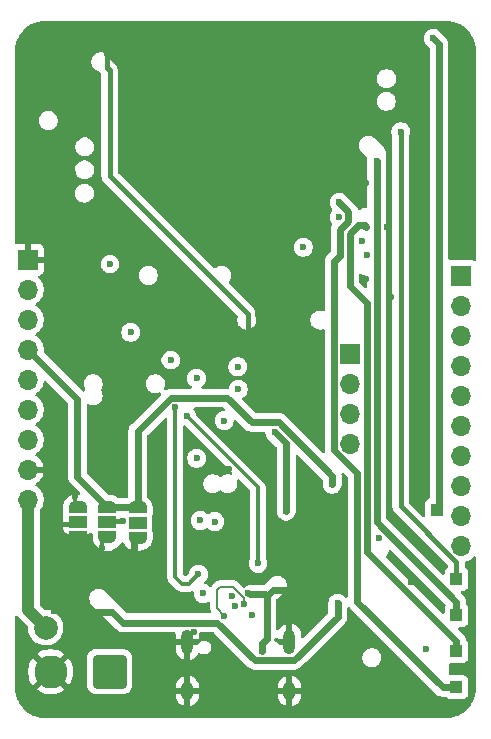
<source format=gbr>
%TF.GenerationSoftware,KiCad,Pcbnew,9.0.0*%
%TF.CreationDate,2025-04-10T21:45:59-06:00*%
%TF.ProjectId,esp32,65737033-322e-46b6-9963-61645f706362,rev?*%
%TF.SameCoordinates,Original*%
%TF.FileFunction,Copper,L4,Bot*%
%TF.FilePolarity,Positive*%
%FSLAX46Y46*%
G04 Gerber Fmt 4.6, Leading zero omitted, Abs format (unit mm)*
G04 Created by KiCad (PCBNEW 9.0.0) date 2025-04-10 21:45:59*
%MOMM*%
%LPD*%
G01*
G04 APERTURE LIST*
G04 Aperture macros list*
%AMRoundRect*
0 Rectangle with rounded corners*
0 $1 Rounding radius*
0 $2 $3 $4 $5 $6 $7 $8 $9 X,Y pos of 4 corners*
0 Add a 4 corners polygon primitive as box body*
4,1,4,$2,$3,$4,$5,$6,$7,$8,$9,$2,$3,0*
0 Add four circle primitives for the rounded corners*
1,1,$1+$1,$2,$3*
1,1,$1+$1,$4,$5*
1,1,$1+$1,$6,$7*
1,1,$1+$1,$8,$9*
0 Add four rect primitives between the rounded corners*
20,1,$1+$1,$2,$3,$4,$5,0*
20,1,$1+$1,$4,$5,$6,$7,0*
20,1,$1+$1,$6,$7,$8,$9,0*
20,1,$1+$1,$8,$9,$2,$3,0*%
%AMFreePoly0*
4,1,23,0.550000,-0.750000,0.000000,-0.750000,0.000000,-0.745722,-0.065263,-0.745722,-0.191342,-0.711940,-0.304381,-0.646677,-0.396677,-0.554381,-0.461940,-0.441342,-0.495722,-0.315263,-0.495722,-0.250000,-0.500000,-0.250000,-0.500000,0.250000,-0.495722,0.250000,-0.495722,0.315263,-0.461940,0.441342,-0.396677,0.554381,-0.304381,0.646677,-0.191342,0.711940,-0.065263,0.745722,0.000000,0.745722,
0.000000,0.750000,0.550000,0.750000,0.550000,-0.750000,0.550000,-0.750000,$1*%
%AMFreePoly1*
4,1,23,0.000000,0.745722,0.065263,0.745722,0.191342,0.711940,0.304381,0.646677,0.396677,0.554381,0.461940,0.441342,0.495722,0.315263,0.495722,0.250000,0.500000,0.250000,0.500000,-0.250000,0.495722,-0.250000,0.495722,-0.315263,0.461940,-0.441342,0.396677,-0.554381,0.304381,-0.646677,0.191342,-0.711940,0.065263,-0.745722,0.000000,-0.745722,0.000000,-0.750000,-0.550000,-0.750000,
-0.550000,0.750000,0.000000,0.750000,0.000000,0.745722,0.000000,0.745722,$1*%
G04 Aperture macros list end*
%TA.AperFunction,ComponentPad*%
%ADD10R,1.700000X1.700000*%
%TD*%
%TA.AperFunction,ComponentPad*%
%ADD11O,1.700000X1.700000*%
%TD*%
%TA.AperFunction,HeatsinkPad*%
%ADD12O,1.000000X2.100000*%
%TD*%
%TA.AperFunction,HeatsinkPad*%
%ADD13O,1.000000X1.600000*%
%TD*%
%TA.AperFunction,ComponentPad*%
%ADD14RoundRect,0.250001X1.149999X1.149999X-1.149999X1.149999X-1.149999X-1.149999X1.149999X-1.149999X0*%
%TD*%
%TA.AperFunction,ComponentPad*%
%ADD15C,2.800000*%
%TD*%
%TA.AperFunction,HeatsinkPad*%
%ADD16C,0.600000*%
%TD*%
%TA.AperFunction,SMDPad,CuDef*%
%ADD17FreePoly0,90.000000*%
%TD*%
%TA.AperFunction,SMDPad,CuDef*%
%ADD18R,1.500000X1.000000*%
%TD*%
%TA.AperFunction,SMDPad,CuDef*%
%ADD19FreePoly1,90.000000*%
%TD*%
%TA.AperFunction,SMDPad,CuDef*%
%ADD20R,1.000000X1.000000*%
%TD*%
%TA.AperFunction,SMDPad,CuDef*%
%ADD21FreePoly0,270.000000*%
%TD*%
%TA.AperFunction,SMDPad,CuDef*%
%ADD22FreePoly1,270.000000*%
%TD*%
%TA.AperFunction,ViaPad*%
%ADD23C,0.600000*%
%TD*%
%TA.AperFunction,ViaPad*%
%ADD24C,2.000000*%
%TD*%
%TA.AperFunction,Conductor*%
%ADD25C,0.600000*%
%TD*%
%TA.AperFunction,Conductor*%
%ADD26C,0.300000*%
%TD*%
%TA.AperFunction,Conductor*%
%ADD27C,0.400000*%
%TD*%
%TA.AperFunction,Conductor*%
%ADD28C,0.250000*%
%TD*%
%TA.AperFunction,Conductor*%
%ADD29C,0.200000*%
%TD*%
%TA.AperFunction,Conductor*%
%ADD30C,1.000000*%
%TD*%
G04 APERTURE END LIST*
D10*
%TO.P,J2,1,Pin_1*%
%TO.N,Red_LED*%
X95470000Y-87420000D03*
D11*
%TO.P,J2,2,Pin_2*%
%TO.N,Green_LED*%
X95470000Y-89960000D03*
%TO.P,J2,3,Pin_3*%
%TO.N,Blue_LED*%
X95470000Y-92500000D03*
%TO.P,J2,4,Pin_4*%
%TO.N,CoolWhite_LED*%
X95470000Y-95040000D03*
%TO.P,J2,5,Pin_5*%
%TO.N,WarmWhite_LED*%
X95470000Y-97580000D03*
%TO.P,J2,6,Pin_6*%
%TO.N,VOUT*%
X95470000Y-100120000D03*
%TO.P,J2,7,Pin_7*%
%TO.N,GND*%
X95470000Y-102660000D03*
%TO.P,J2,8,Pin_8*%
%TO.N,IO19*%
X95470000Y-105200000D03*
%TO.P,J2,9,Pin_9*%
%TO.N,IO34*%
X95470000Y-107740000D03*
%TO.P,J2,10,Pin_10*%
%TO.N,IO15*%
X95470000Y-110280000D03*
%TD*%
D12*
%TO.P,J4,S1,SHIELD*%
%TO.N,GND*%
X72270000Y-118380000D03*
D13*
X72270000Y-122560000D03*
D12*
X80910000Y-118380000D03*
D13*
X80910000Y-122560000D03*
%TD*%
D10*
%TO.P,J1,1,Pin_1*%
%TO.N,GND*%
X58765000Y-86030000D03*
D11*
%TO.P,J1,2,Pin_2*%
%TO.N,Net-(J18-Pin_2)*%
X58765000Y-88570000D03*
%TO.P,J1,3,Pin_3*%
%TO.N,Net-(J18-Pin_3)*%
X58765000Y-91110000D03*
%TO.P,J1,4,Pin_4*%
%TO.N,+3V3*%
X58765000Y-93650000D03*
%TO.P,J1,5,Pin_5*%
%TO.N,SCK*%
X58765000Y-96190000D03*
%TO.P,J1,6,Pin_6*%
%TO.N,SD0*%
X58765000Y-98730000D03*
%TO.P,J1,7,Pin_7*%
%TO.N,IO4*%
X58765000Y-101270000D03*
%TO.P,J1,8,Pin_8*%
%TO.N,GND*%
X58765000Y-103810000D03*
%TO.P,J1,9,Pin_9*%
%TO.N,VOUT*%
X58765000Y-106350000D03*
%TD*%
D14*
%TO.P,J5,1,Pin_1*%
%TO.N,Net-(J2-Pin_1)*%
X65695000Y-120905000D03*
D15*
%TO.P,J5,2,Pin_2*%
%TO.N,GND*%
X60695000Y-120905000D03*
%TD*%
D16*
%TO.P,U1,39,GND*%
%TO.N,GND*%
X74160000Y-73797500D03*
X74160000Y-75322500D03*
X74922500Y-73035000D03*
X74922500Y-74560000D03*
X74922500Y-76085000D03*
X75685000Y-73797500D03*
X75685000Y-75322500D03*
X76447500Y-73035000D03*
X76447500Y-74560000D03*
X76447500Y-76085000D03*
X77210000Y-73797500D03*
X77210000Y-75322500D03*
%TD*%
D10*
%TO.P,J3,1,Pin_1*%
%TO.N,+3V3*%
X86075000Y-93995000D03*
D11*
%TO.P,J3,2,Pin_2*%
%TO.N,TXD*%
X86075000Y-96535000D03*
%TO.P,J3,3,Pin_3*%
%TO.N,RXD*%
X86075000Y-99075000D03*
%TO.P,J3,4,Pin_4*%
%TO.N,GND*%
X86075000Y-101615000D03*
%TD*%
D17*
%TO.P,JP2,1,A*%
%TO.N,Net-(JP2-A)*%
X65500000Y-109550000D03*
D18*
%TO.P,JP2,2,C*%
%TO.N,CFG2*%
X65500000Y-108250000D03*
D19*
%TO.P,JP2,3,B*%
%TO.N,+3V3*%
X65500000Y-106950000D03*
%TD*%
D17*
%TO.P,JP3,1,A*%
%TO.N,IO26*%
X68067500Y-109610000D03*
D18*
%TO.P,JP3,2,C*%
%TO.N,CFG3*%
X68067500Y-108310000D03*
D19*
%TO.P,JP3,3,B*%
%TO.N,+3V3*%
X68067500Y-107010000D03*
%TD*%
D20*
%TO.P,TP1,1,1*%
%TO.N,IO21*%
X95055000Y-113080000D03*
%TD*%
%TO.P,TP3,1,1*%
%TO.N,IO16*%
X95055000Y-122230000D03*
%TD*%
%TO.P,TP4,1,1*%
%TO.N,IO17*%
X95055000Y-119180000D03*
%TD*%
%TO.P,TP2,1,1*%
%TO.N,IO23*%
X93410000Y-107230000D03*
%TD*%
%TO.P,TP5,1,1*%
%TO.N,IO18*%
X95055000Y-116130000D03*
%TD*%
D21*
%TO.P,JP4,1,A*%
%TO.N,IO33*%
X63015000Y-106945000D03*
D18*
%TO.P,JP4,2,C*%
%TO.N,CFG1*%
X63015000Y-108245000D03*
D22*
%TO.P,JP4,3,B*%
%TO.N,GND*%
X63015000Y-109545000D03*
%TD*%
D23*
%TO.N,VBUS*%
X78604000Y-119131000D03*
%TO.N,GND*%
X91890000Y-73705000D03*
%TO.N,IO33*%
X62600000Y-78720000D03*
%TO.N,BOOT*%
X72395000Y-87365000D03*
%TO.N,RXD*%
X90225000Y-71460000D03*
%TO.N,+5V*%
X84997893Y-115127893D03*
%TO.N,TXD*%
X90215000Y-69515000D03*
X74604997Y-108205209D03*
%TO.N,GND*%
X68930000Y-67180000D03*
X69575000Y-85520000D03*
X62855000Y-115770000D03*
X76030735Y-114519265D03*
X85655000Y-118025000D03*
X84420000Y-110995000D03*
X89155000Y-83255000D03*
X91197500Y-113310000D03*
X72835000Y-117563899D03*
X60975000Y-115780000D03*
X61883186Y-110508186D03*
X87375000Y-79530000D03*
X62520000Y-72755000D03*
X65810000Y-101985000D03*
X66210000Y-88735000D03*
X67720000Y-90695000D03*
X82835000Y-67265000D03*
X90100000Y-67810000D03*
X89545000Y-89165000D03*
X72515000Y-91160000D03*
X83140000Y-86360000D03*
X84070000Y-113225000D03*
X80045000Y-116720000D03*
X87405000Y-87700000D03*
X66935000Y-97535000D03*
X77500000Y-86425000D03*
X72465000Y-108715000D03*
X63755000Y-67365000D03*
%TO.N,+3V3*%
X60490000Y-75705000D03*
X92450000Y-118975000D03*
X86485000Y-119790000D03*
X84524000Y-105043844D03*
D24*
%TO.N,VOUT*%
X60285000Y-117185000D03*
D23*
%TO.N,+5V*%
X64060000Y-115835000D03*
X67485829Y-92184171D03*
X73065001Y-102845001D03*
X88481814Y-109588186D03*
%TO.N,Net-(D1-A)*%
X79665000Y-100610000D03*
X80630000Y-107315000D03*
%TO.N,Net-(D1-K)*%
X75395000Y-99650000D03*
X70880000Y-94525000D03*
%TO.N,DTR*%
X76540000Y-95095000D03*
X75795355Y-103779595D03*
%TO.N,RTS*%
X76575000Y-97005000D03*
X74510000Y-103545000D03*
%TO.N,VBUS*%
X81185000Y-113965000D03*
X77428527Y-114220000D03*
X73610000Y-114295000D03*
%TO.N,USB_D-*%
X75408972Y-116165000D03*
X77054294Y-115158725D03*
%TO.N,USB_D+*%
X76270000Y-115316471D03*
X77747553Y-116122553D03*
%TO.N,CC2*%
X78252577Y-111748984D03*
X72201971Y-99266971D03*
%TO.N,CC1*%
X73215000Y-112680000D03*
X71230000Y-98545000D03*
%TO.N,Net-(JP2-A)*%
X62465000Y-76385000D03*
X65038207Y-110433207D03*
%TO.N,RESET*%
X77435000Y-92385000D03*
X65491974Y-68539252D03*
X79940000Y-93195000D03*
%TO.N,BOOT*%
X70610000Y-87365000D03*
X79825000Y-83355000D03*
X73047500Y-96055000D03*
X87067500Y-84450000D03*
%TO.N,IO2*%
X65725000Y-86400000D03*
X82085000Y-84980000D03*
%TO.N,IO4*%
X85115000Y-82460000D03*
%TO.N,CFG1*%
X68485002Y-96335000D03*
X61299000Y-108385000D03*
%TO.N,IO33*%
X62750000Y-106035000D03*
%TO.N,CFG2*%
X65385000Y-96199125D03*
X66817498Y-108150000D03*
%TO.N,CFG3*%
X65385000Y-97199125D03*
X68067500Y-108310000D03*
%TO.N,IO26*%
X65196000Y-81565000D03*
X67760000Y-110550000D03*
%TO.N,IO23*%
X93090000Y-67297500D03*
%TO.N,IO21*%
X90331290Y-75196290D03*
%TO.N,IO18*%
X88301000Y-77660000D03*
%TO.N,IO17*%
X87395000Y-83225000D03*
%TO.N,IO16*%
X85115000Y-81190000D03*
X87501000Y-85669880D03*
%TO.N,RXD*%
X73363630Y-108114999D03*
%TO.N,+3V3*%
X92450000Y-118975000D03*
%TD*%
D25*
%TO.N,VBUS*%
X79510000Y-113965000D02*
X81185000Y-113965000D01*
X78990000Y-114485000D02*
X79510000Y-113965000D01*
D26*
%TO.N,IO33*%
X62750000Y-106035000D02*
X62750000Y-106680000D01*
X62750000Y-106680000D02*
X63015000Y-106945000D01*
D27*
%TO.N,CFG2*%
X66817498Y-108150000D02*
X65600000Y-108150000D01*
X65600000Y-108150000D02*
X65500000Y-108250000D01*
%TO.N,CFG1*%
X61299000Y-108385000D02*
X62875000Y-108385000D01*
X62875000Y-108385000D02*
X63015000Y-108245000D01*
D28*
%TO.N,GND*%
X61883186Y-110508186D02*
X62051814Y-110508186D01*
X62051814Y-110508186D02*
X63015000Y-109545000D01*
D26*
%TO.N,Net-(JP2-A)*%
X65038207Y-110433207D02*
X65038207Y-110011793D01*
X65038207Y-110011793D02*
X65500000Y-109550000D01*
D25*
%TO.N,IO26*%
X67760000Y-110550000D02*
X67760000Y-109917500D01*
X67760000Y-109917500D02*
X68067500Y-109610000D01*
%TO.N,+5V*%
X64060000Y-115835000D02*
X65910000Y-115835000D01*
X65910000Y-115835000D02*
X66838899Y-116763899D01*
X74804324Y-116763899D02*
X77971425Y-119931000D01*
X77971425Y-119931000D02*
X81324628Y-119931000D01*
X81324628Y-119931000D02*
X84997893Y-116257735D01*
X84997893Y-116257735D02*
X84997893Y-115127893D01*
X66838899Y-116763899D02*
X74804324Y-116763899D01*
D29*
%TO.N,USB_D-*%
X75070000Y-113760000D02*
X74807971Y-114022029D01*
X77054294Y-115158725D02*
X77054294Y-114694294D01*
X76120000Y-113760000D02*
X75070000Y-113760000D01*
X77054294Y-114694294D02*
X76120000Y-113760000D01*
X74807971Y-114022029D02*
X74807971Y-115563999D01*
X74807971Y-115563999D02*
X75408972Y-116165000D01*
D25*
%TO.N,VBUS*%
X77428527Y-114220000D02*
X77588527Y-114380000D01*
X78885000Y-114380000D02*
X78990000Y-114485000D01*
X77588527Y-114380000D02*
X78885000Y-114380000D01*
X78990000Y-118131149D02*
X78990000Y-114485000D01*
X78604000Y-118517149D02*
X78990000Y-118131149D01*
X78604000Y-119131000D02*
X78604000Y-118517149D01*
%TO.N,IO17*%
X87500000Y-89732786D02*
X87500000Y-110745286D01*
X87500000Y-110745286D02*
X95055000Y-118300286D01*
X87293571Y-83123571D02*
X86717000Y-83123571D01*
X86006000Y-88238786D02*
X87500000Y-89732786D01*
X87395000Y-83225000D02*
X87293571Y-83123571D01*
X86717000Y-83123571D02*
X86006000Y-83834572D01*
X86006000Y-83834572D02*
X86006000Y-88238786D01*
X95055000Y-118300286D02*
X95055000Y-119180000D01*
%TO.N,IO18*%
X88301000Y-108276000D02*
X95055000Y-115030000D01*
X88301000Y-77660000D02*
X88301000Y-108276000D01*
X95055000Y-115030000D02*
X95055000Y-116130000D01*
D27*
%TO.N,RESET*%
X77288000Y-90528000D02*
X77353000Y-90528000D01*
X65491974Y-68539252D02*
X65491974Y-69816974D01*
X65491974Y-69816974D02*
X65681000Y-70006000D01*
X65681000Y-78921000D02*
X77288000Y-90528000D01*
X65681000Y-70006000D02*
X65681000Y-78921000D01*
X77353000Y-90528000D02*
X77435000Y-90610000D01*
X77435000Y-90610000D02*
X77435000Y-92385000D01*
D26*
%TO.N,CC1*%
X71230000Y-112906682D02*
X71230000Y-98545000D01*
X71803318Y-113480000D02*
X71230000Y-112906682D01*
X73215000Y-112680000D02*
X72415000Y-113480000D01*
X72415000Y-113480000D02*
X71803318Y-113480000D01*
D30*
%TO.N,VOUT*%
X60285000Y-117185000D02*
X58765000Y-115665000D01*
X58765000Y-115665000D02*
X58765000Y-106350000D01*
D28*
%TO.N,GND*%
X72035000Y-124525000D02*
X72035000Y-118850000D01*
D25*
%TO.N,+3V3*%
X68067500Y-107010000D02*
X65560000Y-107010000D01*
X84524000Y-104336214D02*
X84524000Y-105043844D01*
X75666214Y-97744000D02*
X77731214Y-99809000D01*
X68067500Y-107010000D02*
X68067500Y-100574714D01*
X79996786Y-99809000D02*
X84524000Y-104336214D01*
X68067500Y-100574714D02*
X70898214Y-97744000D01*
X65500000Y-106950000D02*
X62945000Y-104395000D01*
X62945000Y-104395000D02*
X62945000Y-97830000D01*
X70898214Y-97744000D02*
X75666214Y-97744000D01*
X62945000Y-97830000D02*
X58765000Y-93650000D01*
X77731214Y-99809000D02*
X79996786Y-99809000D01*
%TO.N,Net-(D1-A)*%
X80630000Y-107315000D02*
X80630000Y-101575000D01*
X80630000Y-101575000D02*
X79665000Y-100610000D01*
D26*
%TO.N,CC2*%
X78252577Y-111748984D02*
X78252577Y-105317577D01*
X78252577Y-105317577D02*
X72201971Y-99266971D01*
D25*
%TO.N,IO23*%
X93581000Y-67788500D02*
X93090000Y-67297500D01*
X93581000Y-107059000D02*
X93581000Y-67788500D01*
D27*
%TO.N,IO21*%
X90331290Y-106910472D02*
X95055000Y-111634182D01*
X90331290Y-75196290D02*
X90331290Y-106910472D01*
X95055000Y-111634182D02*
X95055000Y-113080000D01*
D25*
%TO.N,IO16*%
X85205000Y-83502786D02*
X85916000Y-82791786D01*
X86634603Y-114977389D02*
X86634603Y-104085206D01*
X85205000Y-85695000D02*
X85205000Y-83502786D01*
X84724000Y-102174603D02*
X84724000Y-86176000D01*
X85916000Y-82791786D02*
X85916000Y-81991000D01*
X93887214Y-122230000D02*
X86634603Y-114977389D01*
X84724000Y-86176000D02*
X85205000Y-85695000D01*
X85916000Y-81991000D02*
X85115000Y-81190000D01*
X86634603Y-104085206D02*
X84724000Y-102174603D01*
X95055000Y-122230000D02*
X93887214Y-122230000D01*
%TD*%
%TA.AperFunction,Conductor*%
%TO.N,GND*%
G36*
X60258916Y-96296260D02*
G01*
X60309967Y-96327045D01*
X62108181Y-98125259D01*
X62141666Y-98186582D01*
X62144500Y-98212940D01*
X62144500Y-104473846D01*
X62175261Y-104628489D01*
X62175264Y-104628501D01*
X62235602Y-104774172D01*
X62235609Y-104774185D01*
X62323210Y-104905288D01*
X62323213Y-104905292D01*
X63145741Y-105727819D01*
X63179226Y-105789142D01*
X63174242Y-105858833D01*
X63132370Y-105914767D01*
X63066906Y-105939184D01*
X63058060Y-105939500D01*
X62699166Y-105939500D01*
X62568341Y-105956724D01*
X62441170Y-105990800D01*
X62319249Y-106041302D01*
X62319248Y-106041303D01*
X62205250Y-106107120D01*
X62205232Y-106107132D01*
X62100555Y-106187455D01*
X62100545Y-106187464D01*
X62007464Y-106280545D01*
X62007455Y-106280555D01*
X61927132Y-106385232D01*
X61927120Y-106385250D01*
X61861303Y-106499248D01*
X61861302Y-106499249D01*
X61810800Y-106621170D01*
X61776724Y-106748341D01*
X61759500Y-106879166D01*
X61759500Y-107495002D01*
X61764645Y-107566941D01*
X61768107Y-107578732D01*
X61769470Y-107629561D01*
X61771738Y-107629805D01*
X61764501Y-107697116D01*
X61764500Y-107697135D01*
X61764500Y-108792870D01*
X61764501Y-108792876D01*
X61770908Y-108852483D01*
X61821202Y-108987328D01*
X61821206Y-108987335D01*
X61907452Y-109102544D01*
X61907455Y-109102547D01*
X62022664Y-109188793D01*
X62022671Y-109188797D01*
X62157517Y-109239091D01*
X62157516Y-109239091D01*
X62164444Y-109239835D01*
X62217127Y-109245500D01*
X63812872Y-109245499D01*
X63872483Y-109239091D01*
X64007331Y-109188796D01*
X64046189Y-109159706D01*
X64111652Y-109135289D01*
X64179925Y-109150140D01*
X64229331Y-109199544D01*
X64244500Y-109258973D01*
X64244500Y-109615833D01*
X64261724Y-109746658D01*
X64261725Y-109746662D01*
X64274902Y-109795839D01*
X64295800Y-109873829D01*
X64346302Y-109995750D01*
X64346303Y-109995751D01*
X64412120Y-110109749D01*
X64412132Y-110109767D01*
X64492455Y-110214444D01*
X64492459Y-110214449D01*
X64585551Y-110307541D01*
X64585555Y-110307544D01*
X64690232Y-110387867D01*
X64690236Y-110387869D01*
X64690243Y-110387875D01*
X64690248Y-110387878D01*
X64690250Y-110387879D01*
X64804248Y-110453696D01*
X64804249Y-110453697D01*
X64804252Y-110453698D01*
X64804257Y-110453701D01*
X64926171Y-110504200D01*
X65022874Y-110530111D01*
X65059669Y-110546784D01*
X65175814Y-110624390D01*
X65175827Y-110624397D01*
X65321498Y-110684735D01*
X65321503Y-110684737D01*
X65476153Y-110715499D01*
X65476156Y-110715500D01*
X65476158Y-110715500D01*
X65633844Y-110715500D01*
X65633845Y-110715499D01*
X65788497Y-110684737D01*
X65901166Y-110638067D01*
X65934172Y-110624397D01*
X65934172Y-110624396D01*
X65934179Y-110624394D01*
X66065289Y-110536789D01*
X66097442Y-110504635D01*
X66137669Y-110477755D01*
X66195743Y-110453701D01*
X66309757Y-110387875D01*
X66414449Y-110307541D01*
X66507541Y-110214449D01*
X66587875Y-110109757D01*
X66653701Y-109995743D01*
X66656762Y-109988351D01*
X66700598Y-109933950D01*
X66766892Y-109911882D01*
X66834592Y-109929158D01*
X66882204Y-109980294D01*
X66885875Y-109988329D01*
X66913799Y-110055743D01*
X66913802Y-110055748D01*
X66913804Y-110055753D01*
X66979620Y-110169749D01*
X66979632Y-110169767D01*
X67059955Y-110274444D01*
X67059959Y-110274449D01*
X67153051Y-110367541D01*
X67153055Y-110367544D01*
X67257732Y-110447867D01*
X67257736Y-110447869D01*
X67257743Y-110447875D01*
X67267834Y-110453701D01*
X67371748Y-110513696D01*
X67371749Y-110513697D01*
X67371752Y-110513698D01*
X67371757Y-110513701D01*
X67493671Y-110564200D01*
X67620838Y-110598275D01*
X67751674Y-110615500D01*
X67864538Y-110615500D01*
X67905471Y-110623641D01*
X67905676Y-110622969D01*
X67911492Y-110624732D01*
X67911503Y-110624737D01*
X68066153Y-110655499D01*
X68066156Y-110655500D01*
X68066158Y-110655500D01*
X68223844Y-110655500D01*
X68223845Y-110655499D01*
X68378497Y-110624737D01*
X68393854Y-110618375D01*
X68425120Y-110609997D01*
X68514162Y-110598275D01*
X68641329Y-110564200D01*
X68763243Y-110513701D01*
X68877257Y-110447875D01*
X68981949Y-110367541D01*
X69075041Y-110274449D01*
X69155375Y-110169757D01*
X69221201Y-110055743D01*
X69271700Y-109933829D01*
X69305775Y-109806662D01*
X69323000Y-109675826D01*
X69323000Y-109060000D01*
X69317855Y-108988060D01*
X69314392Y-108976269D01*
X69313039Y-108925441D01*
X69310761Y-108925197D01*
X69311589Y-108917485D01*
X69311591Y-108917483D01*
X69318000Y-108857873D01*
X69317999Y-107762128D01*
X69311591Y-107702517D01*
X69311589Y-107702513D01*
X69311353Y-107701511D01*
X69311260Y-107699442D01*
X69310762Y-107694804D01*
X69311052Y-107694772D01*
X69309291Y-107655346D01*
X69323000Y-107560000D01*
X69323000Y-106944174D01*
X69305775Y-106813338D01*
X69271700Y-106686171D01*
X69221201Y-106564257D01*
X69221198Y-106564252D01*
X69221197Y-106564249D01*
X69221196Y-106564248D01*
X69162060Y-106461821D01*
X69155375Y-106450243D01*
X69153656Y-106448003D01*
X69075044Y-106345555D01*
X69075041Y-106345551D01*
X68981949Y-106252459D01*
X68916511Y-106202246D01*
X68875310Y-106145818D01*
X68868000Y-106103872D01*
X68868000Y-100957654D01*
X68887685Y-100890615D01*
X68904319Y-100869973D01*
X70367819Y-99406473D01*
X70429142Y-99372988D01*
X70498834Y-99377972D01*
X70554767Y-99419844D01*
X70579184Y-99485308D01*
X70579500Y-99494154D01*
X70579500Y-112970753D01*
X70601176Y-113079721D01*
X70604498Y-113096420D01*
X70604500Y-113096429D01*
X70653532Y-113214805D01*
X70724726Y-113321355D01*
X71388646Y-113985275D01*
X71388649Y-113985277D01*
X71446298Y-114023796D01*
X71495191Y-114056465D01*
X71613574Y-114105501D01*
X71613578Y-114105501D01*
X71613579Y-114105502D01*
X71739246Y-114130500D01*
X71739249Y-114130500D01*
X72479071Y-114130500D01*
X72563615Y-114113682D01*
X72604744Y-114105501D01*
X72638437Y-114091544D01*
X72707903Y-114084075D01*
X72770383Y-114115348D01*
X72806036Y-114175436D01*
X72808674Y-114210066D01*
X72809500Y-114210066D01*
X72809500Y-114373846D01*
X72840261Y-114528489D01*
X72840264Y-114528501D01*
X72900602Y-114674172D01*
X72900609Y-114674185D01*
X72988210Y-114805288D01*
X72988213Y-114805292D01*
X73099707Y-114916786D01*
X73099711Y-114916789D01*
X73230814Y-115004390D01*
X73230827Y-115004397D01*
X73376498Y-115064735D01*
X73376503Y-115064737D01*
X73506142Y-115090524D01*
X73531153Y-115095499D01*
X73531156Y-115095500D01*
X73531158Y-115095500D01*
X73688844Y-115095500D01*
X73688845Y-115095499D01*
X73843497Y-115064737D01*
X73989179Y-115004394D01*
X74004628Y-114994071D01*
X74014580Y-114987422D01*
X74081257Y-114966544D01*
X74148637Y-114985028D01*
X74195328Y-115037007D01*
X74207471Y-115090524D01*
X74207471Y-115477329D01*
X74207470Y-115477347D01*
X74207470Y-115643053D01*
X74207469Y-115643053D01*
X74207470Y-115643056D01*
X74248394Y-115795784D01*
X74248394Y-115795785D01*
X74250498Y-115803634D01*
X74248131Y-115804268D01*
X74254270Y-115861432D01*
X74222987Y-115923907D01*
X74162893Y-115959551D01*
X74132243Y-115963399D01*
X67221839Y-115963399D01*
X67154800Y-115943714D01*
X67134158Y-115927080D01*
X65280292Y-114073213D01*
X65280288Y-114073210D01*
X65149185Y-113985609D01*
X65149172Y-113985602D01*
X65003501Y-113925264D01*
X65003489Y-113925261D01*
X64848845Y-113894500D01*
X64848842Y-113894500D01*
X64691158Y-113894500D01*
X64691155Y-113894500D01*
X64536510Y-113925261D01*
X64536498Y-113925264D01*
X64390827Y-113985602D01*
X64390814Y-113985609D01*
X64259711Y-114073210D01*
X64259707Y-114073213D01*
X64148213Y-114184707D01*
X64148210Y-114184711D01*
X64060609Y-114315814D01*
X64060602Y-114315827D01*
X64000264Y-114461498D01*
X64000261Y-114461510D01*
X63969500Y-114616153D01*
X63969500Y-114773846D01*
X64000261Y-114928489D01*
X64000264Y-114928501D01*
X64060602Y-115074172D01*
X64060609Y-115074185D01*
X64148210Y-115205288D01*
X64148213Y-115205292D01*
X66217110Y-117274188D01*
X66285067Y-117342145D01*
X66328611Y-117385689D01*
X66459713Y-117473289D01*
X66459726Y-117473296D01*
X66596624Y-117530000D01*
X66605402Y-117533636D01*
X66760052Y-117564398D01*
X66760055Y-117564399D01*
X66760057Y-117564399D01*
X71152146Y-117564399D01*
X71219185Y-117584084D01*
X71264940Y-117636888D01*
X71274884Y-117706046D01*
X71273763Y-117712591D01*
X71270000Y-117731507D01*
X71270000Y-118130000D01*
X71970000Y-118130000D01*
X71970000Y-118630000D01*
X71270000Y-118630000D01*
X71270000Y-119028495D01*
X71308427Y-119221681D01*
X71308430Y-119221693D01*
X71383807Y-119403671D01*
X71383814Y-119403684D01*
X71493248Y-119567462D01*
X71493251Y-119567466D01*
X71632533Y-119706748D01*
X71632537Y-119706751D01*
X71796315Y-119816185D01*
X71796328Y-119816192D01*
X71978308Y-119891569D01*
X72020000Y-119899862D01*
X72020000Y-119096988D01*
X72029940Y-119114205D01*
X72085795Y-119170060D01*
X72154204Y-119209556D01*
X72230504Y-119230000D01*
X72309496Y-119230000D01*
X72385796Y-119209556D01*
X72454205Y-119170060D01*
X72510060Y-119114205D01*
X72520000Y-119096988D01*
X72520000Y-119899862D01*
X72561690Y-119891569D01*
X72561692Y-119891569D01*
X72743671Y-119816192D01*
X72743684Y-119816185D01*
X72907462Y-119706751D01*
X72907466Y-119706748D01*
X73046748Y-119567466D01*
X73046751Y-119567462D01*
X73156185Y-119403684D01*
X73156186Y-119403682D01*
X73160129Y-119394163D01*
X73203968Y-119339757D01*
X73270261Y-119317689D01*
X73337961Y-119334965D01*
X73343400Y-119338647D01*
X73346634Y-119340514D01*
X73346635Y-119340515D01*
X73364496Y-119350827D01*
X73443428Y-119396399D01*
X73477865Y-119416281D01*
X73624234Y-119455500D01*
X73624236Y-119455500D01*
X73775764Y-119455500D01*
X73775766Y-119455500D01*
X73922135Y-119416281D01*
X74053365Y-119340515D01*
X74160515Y-119233365D01*
X74236281Y-119102135D01*
X74275500Y-118955766D01*
X74275500Y-118804234D01*
X74236281Y-118657865D01*
X74160515Y-118526635D01*
X74053365Y-118419485D01*
X73984975Y-118380000D01*
X73922136Y-118343719D01*
X73814307Y-118314827D01*
X73775766Y-118304500D01*
X73624234Y-118304500D01*
X73477863Y-118343719D01*
X73346635Y-118419485D01*
X73346632Y-118419487D01*
X73239487Y-118526632D01*
X73239483Y-118526638D01*
X73215603Y-118568000D01*
X73165036Y-118616216D01*
X73108216Y-118630000D01*
X72570000Y-118630000D01*
X72570000Y-118130000D01*
X73270000Y-118130000D01*
X73270000Y-117731508D01*
X73269999Y-117731507D01*
X73266237Y-117712591D01*
X73272464Y-117643000D01*
X73315326Y-117587822D01*
X73381216Y-117564577D01*
X73387854Y-117564399D01*
X74421384Y-117564399D01*
X74488423Y-117584084D01*
X74509065Y-117600718D01*
X77349636Y-120441289D01*
X77408082Y-120499735D01*
X77461137Y-120552790D01*
X77592239Y-120640390D01*
X77592252Y-120640397D01*
X77737923Y-120700735D01*
X77737928Y-120700737D01*
X77737932Y-120700737D01*
X77737933Y-120700738D01*
X77892579Y-120731500D01*
X77892582Y-120731500D01*
X81403472Y-120731500D01*
X81403473Y-120731499D01*
X81558125Y-120700737D01*
X81703807Y-120640394D01*
X81834917Y-120552789D01*
X82324866Y-120062840D01*
X82736554Y-119651153D01*
X87089500Y-119651153D01*
X87089500Y-119808846D01*
X87120261Y-119963489D01*
X87120264Y-119963501D01*
X87180602Y-120109172D01*
X87180609Y-120109185D01*
X87268210Y-120240288D01*
X87268213Y-120240292D01*
X87379707Y-120351786D01*
X87379711Y-120351789D01*
X87510814Y-120439390D01*
X87510827Y-120439397D01*
X87634562Y-120490649D01*
X87656503Y-120499737D01*
X87811153Y-120530499D01*
X87811156Y-120530500D01*
X87811158Y-120530500D01*
X87968844Y-120530500D01*
X87968845Y-120530499D01*
X88123497Y-120499737D01*
X88269179Y-120439394D01*
X88400289Y-120351789D01*
X88511789Y-120240289D01*
X88599394Y-120109179D01*
X88659737Y-119963497D01*
X88690500Y-119808842D01*
X88690500Y-119651158D01*
X88690500Y-119651155D01*
X88690499Y-119651153D01*
X88680762Y-119602203D01*
X88659737Y-119496503D01*
X88634536Y-119435662D01*
X88599397Y-119350827D01*
X88599390Y-119350814D01*
X88511789Y-119219711D01*
X88511786Y-119219707D01*
X88400292Y-119108213D01*
X88400288Y-119108210D01*
X88269185Y-119020609D01*
X88269172Y-119020602D01*
X88123501Y-118960264D01*
X88123489Y-118960261D01*
X87968845Y-118929500D01*
X87968842Y-118929500D01*
X87811158Y-118929500D01*
X87811155Y-118929500D01*
X87656510Y-118960261D01*
X87656498Y-118960264D01*
X87510827Y-119020602D01*
X87510814Y-119020609D01*
X87379711Y-119108210D01*
X87379707Y-119108213D01*
X87268213Y-119219707D01*
X87268210Y-119219711D01*
X87180609Y-119350814D01*
X87180602Y-119350827D01*
X87120264Y-119496498D01*
X87120261Y-119496510D01*
X87089500Y-119651153D01*
X82736554Y-119651153D01*
X82830322Y-119557385D01*
X85619679Y-116768027D01*
X85619680Y-116768026D01*
X85619682Y-116768024D01*
X85630530Y-116751789D01*
X85707287Y-116636914D01*
X85708973Y-116632845D01*
X85763278Y-116501738D01*
X85767630Y-116491232D01*
X85794520Y-116356050D01*
X85798393Y-116336578D01*
X85798393Y-116178893D01*
X85798393Y-115572619D01*
X85818078Y-115505580D01*
X85870882Y-115459825D01*
X85940040Y-115449881D01*
X86003596Y-115478906D01*
X86010074Y-115484938D01*
X86012814Y-115487678D01*
X93265425Y-122740289D01*
X93330136Y-122805000D01*
X93376926Y-122851790D01*
X93508028Y-122939390D01*
X93508041Y-122939397D01*
X93653712Y-122999735D01*
X93653717Y-122999737D01*
X93808367Y-123030499D01*
X93808370Y-123030500D01*
X93808372Y-123030500D01*
X94092680Y-123030500D01*
X94159719Y-123050185D01*
X94191948Y-123080191D01*
X94197454Y-123087546D01*
X94197457Y-123087548D01*
X94312664Y-123173793D01*
X94312671Y-123173797D01*
X94447517Y-123224091D01*
X94447516Y-123224091D01*
X94454444Y-123224835D01*
X94507127Y-123230500D01*
X95602872Y-123230499D01*
X95662483Y-123224091D01*
X95797331Y-123173796D01*
X95912546Y-123087546D01*
X95998796Y-122972331D01*
X96049091Y-122837483D01*
X96055500Y-122777873D01*
X96055499Y-121682128D01*
X96049091Y-121622517D01*
X96014592Y-121530021D01*
X95998797Y-121487671D01*
X95998793Y-121487664D01*
X95912547Y-121372455D01*
X95912544Y-121372452D01*
X95797335Y-121286206D01*
X95797328Y-121286202D01*
X95662482Y-121235908D01*
X95662483Y-121235908D01*
X95602883Y-121229501D01*
X95602881Y-121229500D01*
X95602873Y-121229500D01*
X95602865Y-121229500D01*
X94531789Y-121229500D01*
X94464750Y-121209815D01*
X94418995Y-121157011D01*
X94409051Y-121087853D01*
X94410172Y-121081308D01*
X94440500Y-120928844D01*
X94440500Y-120304499D01*
X94460185Y-120237460D01*
X94512989Y-120191705D01*
X94564495Y-120180499D01*
X95602872Y-120180499D01*
X95662483Y-120174091D01*
X95797331Y-120123796D01*
X95912546Y-120037546D01*
X95998796Y-119922331D01*
X96049091Y-119787483D01*
X96055500Y-119727873D01*
X96055499Y-118632128D01*
X96049091Y-118572517D01*
X96047406Y-118568000D01*
X95998797Y-118437671D01*
X95998793Y-118437664D01*
X95912548Y-118322457D01*
X95912546Y-118322454D01*
X95912542Y-118322451D01*
X95912540Y-118322449D01*
X95905187Y-118316944D01*
X95863317Y-118261009D01*
X95857252Y-118227392D01*
X95856097Y-118227506D01*
X95855500Y-118221450D01*
X95855500Y-118221444D01*
X95848351Y-118185501D01*
X95824737Y-118066788D01*
X95790696Y-117984606D01*
X95785240Y-117971433D01*
X95764397Y-117921113D01*
X95764390Y-117921100D01*
X95676790Y-117789998D01*
X95625634Y-117738842D01*
X95565289Y-117678497D01*
X95228972Y-117342180D01*
X95195487Y-117280857D01*
X95200471Y-117211165D01*
X95242343Y-117155232D01*
X95307807Y-117130815D01*
X95316653Y-117130499D01*
X95602871Y-117130499D01*
X95602872Y-117130499D01*
X95662483Y-117124091D01*
X95797331Y-117073796D01*
X95912546Y-116987546D01*
X95998796Y-116872331D01*
X96049091Y-116737483D01*
X96055500Y-116677873D01*
X96055499Y-115582128D01*
X96049091Y-115522517D01*
X96035076Y-115484942D01*
X95998797Y-115387671D01*
X95998793Y-115387664D01*
X95912548Y-115272457D01*
X95912546Y-115272454D01*
X95912542Y-115272451D01*
X95912540Y-115272449D01*
X95905187Y-115266944D01*
X95863317Y-115211009D01*
X95855500Y-115167679D01*
X95855500Y-114951163D01*
X95855500Y-114951158D01*
X95854439Y-114945821D01*
X95852742Y-114937292D01*
X95824738Y-114796507D01*
X95824737Y-114796506D01*
X95824737Y-114796502D01*
X95786094Y-114703211D01*
X95764394Y-114650821D01*
X95742199Y-114617604D01*
X95676790Y-114519712D01*
X95663181Y-114506103D01*
X95565289Y-114408211D01*
X95449258Y-114292180D01*
X95415773Y-114230857D01*
X95420757Y-114161165D01*
X95462629Y-114105232D01*
X95528093Y-114080815D01*
X95536939Y-114080499D01*
X95602871Y-114080499D01*
X95602872Y-114080499D01*
X95662483Y-114074091D01*
X95797331Y-114023796D01*
X95912546Y-113937546D01*
X95998796Y-113822331D01*
X96049091Y-113687483D01*
X96055500Y-113627873D01*
X96055499Y-112532128D01*
X96049091Y-112472517D01*
X96043817Y-112458378D01*
X95998797Y-112337671D01*
X95998793Y-112337664D01*
X95912547Y-112222455D01*
X95805188Y-112142085D01*
X95763318Y-112086151D01*
X95755500Y-112042819D01*
X95755500Y-111697326D01*
X95775185Y-111630287D01*
X95827989Y-111584532D01*
X95841182Y-111579395D01*
X95988412Y-111531557D01*
X96177816Y-111435051D01*
X96199789Y-111419086D01*
X96349786Y-111310109D01*
X96349788Y-111310106D01*
X96349792Y-111310104D01*
X96487819Y-111172077D01*
X96549142Y-111138592D01*
X96618834Y-111143576D01*
X96674767Y-111185448D01*
X96699184Y-111250912D01*
X96699500Y-111259758D01*
X96699500Y-122321249D01*
X96699274Y-122328736D01*
X96681728Y-122618794D01*
X96679923Y-122633659D01*
X96628219Y-122915798D01*
X96624635Y-122930336D01*
X96539306Y-123204167D01*
X96533997Y-123218168D01*
X96416275Y-123479736D01*
X96409316Y-123492995D01*
X96260928Y-123738459D01*
X96252422Y-123750782D01*
X96075526Y-123976573D01*
X96065596Y-123987781D01*
X95862781Y-124190596D01*
X95851573Y-124200526D01*
X95625782Y-124377422D01*
X95613459Y-124385928D01*
X95367995Y-124534316D01*
X95354736Y-124541275D01*
X95093168Y-124658997D01*
X95079167Y-124664306D01*
X94805336Y-124749635D01*
X94790798Y-124753219D01*
X94508659Y-124804923D01*
X94493794Y-124806728D01*
X94203736Y-124824274D01*
X94196249Y-124824500D01*
X60203751Y-124824500D01*
X60196264Y-124824274D01*
X59906205Y-124806728D01*
X59891340Y-124804923D01*
X59609201Y-124753219D01*
X59594663Y-124749635D01*
X59320832Y-124664306D01*
X59306831Y-124658997D01*
X59045263Y-124541275D01*
X59032004Y-124534316D01*
X58786540Y-124385928D01*
X58774217Y-124377422D01*
X58548426Y-124200526D01*
X58537218Y-124190596D01*
X58334403Y-123987781D01*
X58324473Y-123976573D01*
X58147573Y-123750776D01*
X58139075Y-123738465D01*
X57990680Y-123492989D01*
X57983727Y-123479743D01*
X57866000Y-123218163D01*
X57860693Y-123204167D01*
X57851229Y-123173797D01*
X57775363Y-122930335D01*
X57771780Y-122915798D01*
X57751567Y-122805499D01*
X57720075Y-122633657D01*
X57718271Y-122618794D01*
X57703411Y-122373133D01*
X57703411Y-122373131D01*
X57700726Y-122328734D01*
X57700500Y-122321249D01*
X57700500Y-120780466D01*
X58795000Y-120780466D01*
X58795000Y-121029533D01*
X58827508Y-121276463D01*
X58891973Y-121517049D01*
X58987283Y-121747148D01*
X58987288Y-121747159D01*
X59111813Y-121962841D01*
X59111819Y-121962849D01*
X59186400Y-122060045D01*
X60093958Y-121152487D01*
X60118978Y-121212890D01*
X60190112Y-121319351D01*
X60280649Y-121409888D01*
X60387110Y-121481022D01*
X60447511Y-121506041D01*
X59539953Y-122413598D01*
X59637150Y-122488180D01*
X59637158Y-122488186D01*
X59852840Y-122612711D01*
X59852851Y-122612716D01*
X60082950Y-122708026D01*
X60323536Y-122772491D01*
X60570466Y-122805000D01*
X60819534Y-122805000D01*
X61066463Y-122772491D01*
X61307049Y-122708026D01*
X61537148Y-122612716D01*
X61537159Y-122612711D01*
X61752855Y-122488178D01*
X61850045Y-122413600D01*
X61850045Y-122413597D01*
X60942488Y-121506041D01*
X61002890Y-121481022D01*
X61109351Y-121409888D01*
X61199888Y-121319351D01*
X61271022Y-121212890D01*
X61296041Y-121152488D01*
X62203597Y-122060045D01*
X62203600Y-122060045D01*
X62278178Y-121962855D01*
X62402711Y-121747159D01*
X62402716Y-121747148D01*
X62498026Y-121517049D01*
X62562491Y-121276463D01*
X62595000Y-121029533D01*
X62595000Y-120780466D01*
X62562491Y-120533536D01*
X62498026Y-120292950D01*
X62402716Y-120062851D01*
X62402711Y-120062840D01*
X62278186Y-119847158D01*
X62278174Y-119847140D01*
X62224600Y-119777322D01*
X62224599Y-119777321D01*
X62203598Y-119749953D01*
X61296041Y-120657510D01*
X61271022Y-120597110D01*
X61199888Y-120490649D01*
X61109351Y-120400112D01*
X61002890Y-120328978D01*
X60942487Y-120303957D01*
X61541461Y-119704984D01*
X63794500Y-119704984D01*
X63794500Y-122105015D01*
X63805000Y-122207795D01*
X63805001Y-122207796D01*
X63860186Y-122374335D01*
X63860187Y-122374337D01*
X63952286Y-122523651D01*
X63952289Y-122523655D01*
X64076344Y-122647710D01*
X64076348Y-122647713D01*
X64225662Y-122739812D01*
X64225664Y-122739813D01*
X64225666Y-122739814D01*
X64392203Y-122794999D01*
X64494992Y-122805500D01*
X64494997Y-122805500D01*
X66895003Y-122805500D01*
X66895008Y-122805500D01*
X66997797Y-122794999D01*
X67164334Y-122739814D01*
X67215870Y-122708026D01*
X67304919Y-122653100D01*
X67309557Y-122650238D01*
X67313655Y-122647711D01*
X67437711Y-122523655D01*
X67529814Y-122374334D01*
X67584999Y-122207797D01*
X67589728Y-122161504D01*
X71270000Y-122161504D01*
X71270000Y-122310000D01*
X71970000Y-122310000D01*
X71970000Y-122810000D01*
X71270000Y-122810000D01*
X71270000Y-122958495D01*
X71308427Y-123151681D01*
X71308430Y-123151693D01*
X71383807Y-123333671D01*
X71383814Y-123333684D01*
X71493248Y-123497462D01*
X71493251Y-123497466D01*
X71632533Y-123636748D01*
X71632537Y-123636751D01*
X71796315Y-123746185D01*
X71796328Y-123746192D01*
X71978308Y-123821569D01*
X72020000Y-123829862D01*
X72020000Y-123026988D01*
X72029940Y-123044205D01*
X72085795Y-123100060D01*
X72154204Y-123139556D01*
X72230504Y-123160000D01*
X72309496Y-123160000D01*
X72385796Y-123139556D01*
X72454205Y-123100060D01*
X72510060Y-123044205D01*
X72520000Y-123026988D01*
X72520000Y-123829862D01*
X72561690Y-123821569D01*
X72561692Y-123821569D01*
X72743671Y-123746192D01*
X72743684Y-123746185D01*
X72907462Y-123636751D01*
X72907466Y-123636748D01*
X73046748Y-123497466D01*
X73046751Y-123497462D01*
X73156185Y-123333684D01*
X73156192Y-123333671D01*
X73231569Y-123151693D01*
X73231572Y-123151681D01*
X73269999Y-122958495D01*
X73270000Y-122958492D01*
X73270000Y-122810000D01*
X72570000Y-122810000D01*
X72570000Y-122310000D01*
X73270000Y-122310000D01*
X73270000Y-122161508D01*
X73269999Y-122161504D01*
X79910000Y-122161504D01*
X79910000Y-122310000D01*
X80610000Y-122310000D01*
X80610000Y-122810000D01*
X79910000Y-122810000D01*
X79910000Y-122958495D01*
X79948427Y-123151681D01*
X79948430Y-123151693D01*
X80023807Y-123333671D01*
X80023814Y-123333684D01*
X80133248Y-123497462D01*
X80133251Y-123497466D01*
X80272533Y-123636748D01*
X80272537Y-123636751D01*
X80436315Y-123746185D01*
X80436328Y-123746192D01*
X80618308Y-123821569D01*
X80660000Y-123829862D01*
X80660000Y-123026988D01*
X80669940Y-123044205D01*
X80725795Y-123100060D01*
X80794204Y-123139556D01*
X80870504Y-123160000D01*
X80949496Y-123160000D01*
X81025796Y-123139556D01*
X81094205Y-123100060D01*
X81150060Y-123044205D01*
X81160000Y-123026988D01*
X81160000Y-123829862D01*
X81201690Y-123821569D01*
X81201692Y-123821569D01*
X81383671Y-123746192D01*
X81383684Y-123746185D01*
X81547462Y-123636751D01*
X81547466Y-123636748D01*
X81686748Y-123497466D01*
X81686751Y-123497462D01*
X81796185Y-123333684D01*
X81796192Y-123333671D01*
X81871569Y-123151693D01*
X81871572Y-123151681D01*
X81909999Y-122958495D01*
X81910000Y-122958492D01*
X81910000Y-122810000D01*
X81210000Y-122810000D01*
X81210000Y-122310000D01*
X81910000Y-122310000D01*
X81910000Y-122161508D01*
X81909999Y-122161504D01*
X81871572Y-121968318D01*
X81871569Y-121968306D01*
X81796192Y-121786328D01*
X81796185Y-121786315D01*
X81686751Y-121622537D01*
X81686748Y-121622533D01*
X81547466Y-121483251D01*
X81547462Y-121483248D01*
X81383684Y-121373814D01*
X81383671Y-121373807D01*
X81201691Y-121298429D01*
X81201683Y-121298427D01*
X81160000Y-121290135D01*
X81160000Y-122093011D01*
X81150060Y-122075795D01*
X81094205Y-122019940D01*
X81025796Y-121980444D01*
X80949496Y-121960000D01*
X80870504Y-121960000D01*
X80794204Y-121980444D01*
X80725795Y-122019940D01*
X80669940Y-122075795D01*
X80660000Y-122093011D01*
X80660000Y-121290136D01*
X80659999Y-121290135D01*
X80618316Y-121298427D01*
X80618308Y-121298429D01*
X80436328Y-121373807D01*
X80436315Y-121373814D01*
X80272537Y-121483248D01*
X80272533Y-121483251D01*
X80133251Y-121622533D01*
X80133248Y-121622537D01*
X80023814Y-121786315D01*
X80023807Y-121786328D01*
X79948430Y-121968306D01*
X79948427Y-121968318D01*
X79910000Y-122161504D01*
X73269999Y-122161504D01*
X73231572Y-121968318D01*
X73231569Y-121968306D01*
X73156192Y-121786328D01*
X73156185Y-121786315D01*
X73046751Y-121622537D01*
X73046748Y-121622533D01*
X72907466Y-121483251D01*
X72907462Y-121483248D01*
X72743684Y-121373814D01*
X72743671Y-121373807D01*
X72561691Y-121298429D01*
X72561683Y-121298427D01*
X72520000Y-121290135D01*
X72520000Y-122093011D01*
X72510060Y-122075795D01*
X72454205Y-122019940D01*
X72385796Y-121980444D01*
X72309496Y-121960000D01*
X72230504Y-121960000D01*
X72154204Y-121980444D01*
X72085795Y-122019940D01*
X72029940Y-122075795D01*
X72020000Y-122093011D01*
X72020000Y-121290136D01*
X72019999Y-121290135D01*
X71978316Y-121298427D01*
X71978308Y-121298429D01*
X71796328Y-121373807D01*
X71796315Y-121373814D01*
X71632537Y-121483248D01*
X71632533Y-121483251D01*
X71493251Y-121622533D01*
X71493248Y-121622537D01*
X71383814Y-121786315D01*
X71383807Y-121786328D01*
X71308430Y-121968306D01*
X71308427Y-121968318D01*
X71270000Y-122161504D01*
X67589728Y-122161504D01*
X67595500Y-122105008D01*
X67595500Y-119704992D01*
X67584999Y-119602203D01*
X67529814Y-119435666D01*
X67517857Y-119416281D01*
X67437713Y-119286348D01*
X67437710Y-119286344D01*
X67313655Y-119162289D01*
X67313651Y-119162286D01*
X67164337Y-119070187D01*
X67164335Y-119070186D01*
X67081065Y-119042593D01*
X66997797Y-119015001D01*
X66997795Y-119015000D01*
X66895015Y-119004500D01*
X66895008Y-119004500D01*
X64494992Y-119004500D01*
X64494984Y-119004500D01*
X64392204Y-119015000D01*
X64392203Y-119015001D01*
X64225664Y-119070186D01*
X64225662Y-119070187D01*
X64076348Y-119162286D01*
X64076344Y-119162289D01*
X63952289Y-119286344D01*
X63952286Y-119286348D01*
X63860187Y-119435662D01*
X63860186Y-119435664D01*
X63805001Y-119602203D01*
X63805000Y-119602204D01*
X63794500Y-119704984D01*
X61541461Y-119704984D01*
X61850045Y-119396400D01*
X61752849Y-119321819D01*
X61752841Y-119321813D01*
X61537159Y-119197288D01*
X61537148Y-119197283D01*
X61307049Y-119101973D01*
X61066463Y-119037508D01*
X60819534Y-119005000D01*
X60570466Y-119005000D01*
X60323536Y-119037508D01*
X60082950Y-119101973D01*
X59852851Y-119197283D01*
X59852847Y-119197285D01*
X59637143Y-119321823D01*
X59539953Y-119396399D01*
X59539953Y-119396400D01*
X60447511Y-120303958D01*
X60387110Y-120328978D01*
X60280649Y-120400112D01*
X60190112Y-120490649D01*
X60118978Y-120597110D01*
X60093958Y-120657511D01*
X59186400Y-119749953D01*
X59186399Y-119749953D01*
X59111823Y-119847143D01*
X58987285Y-120062847D01*
X58987283Y-120062851D01*
X58891973Y-120292950D01*
X58827508Y-120533536D01*
X58795000Y-120780466D01*
X57700500Y-120780466D01*
X57700500Y-116281489D01*
X57720185Y-116214450D01*
X57772989Y-116168695D01*
X57842147Y-116158751D01*
X57905703Y-116187776D01*
X57927602Y-116212599D01*
X57987857Y-116302777D01*
X57987859Y-116302780D01*
X57987860Y-116302781D01*
X57987861Y-116302782D01*
X58127218Y-116442139D01*
X58127219Y-116442139D01*
X58134286Y-116449206D01*
X58134285Y-116449206D01*
X58134289Y-116449209D01*
X58748181Y-117063101D01*
X58781666Y-117124424D01*
X58784500Y-117150782D01*
X58784500Y-117303097D01*
X58821446Y-117536368D01*
X58894433Y-117760996D01*
X58976996Y-117923034D01*
X59001657Y-117971433D01*
X59140483Y-118162510D01*
X59307490Y-118329517D01*
X59498567Y-118468343D01*
X59572473Y-118506000D01*
X59709003Y-118575566D01*
X59709005Y-118575566D01*
X59709008Y-118575568D01*
X59815948Y-118610315D01*
X59933631Y-118648553D01*
X60166903Y-118685500D01*
X60166908Y-118685500D01*
X60403097Y-118685500D01*
X60636368Y-118648553D01*
X60673466Y-118636499D01*
X60860992Y-118575568D01*
X61071433Y-118468343D01*
X61262510Y-118329517D01*
X61429517Y-118162510D01*
X61568343Y-117971433D01*
X61675568Y-117760992D01*
X61748553Y-117536368D01*
X61758544Y-117473289D01*
X61785500Y-117303097D01*
X61785500Y-117066902D01*
X61748553Y-116833631D01*
X61675566Y-116609003D01*
X61594145Y-116449206D01*
X61568343Y-116398567D01*
X61429517Y-116207490D01*
X61262510Y-116040483D01*
X61071433Y-115901657D01*
X61046702Y-115889056D01*
X60860996Y-115794433D01*
X60636368Y-115721446D01*
X60403097Y-115684500D01*
X60403092Y-115684500D01*
X60250782Y-115684500D01*
X60183743Y-115664815D01*
X60163101Y-115648181D01*
X59801819Y-115286898D01*
X59768334Y-115225575D01*
X59765500Y-115199217D01*
X59765500Y-107310199D01*
X59785185Y-107243160D01*
X59794471Y-107230664D01*
X59920048Y-107057820D01*
X59920047Y-107057820D01*
X59920051Y-107057816D01*
X60016557Y-106868412D01*
X60082246Y-106666243D01*
X60115500Y-106456287D01*
X60115500Y-106243713D01*
X60082246Y-106033757D01*
X60016557Y-105831588D01*
X59920051Y-105642184D01*
X59920049Y-105642181D01*
X59920048Y-105642179D01*
X59795109Y-105470213D01*
X59644786Y-105319890D01*
X59472817Y-105194949D01*
X59463504Y-105190204D01*
X59412707Y-105142230D01*
X59395912Y-105074409D01*
X59418449Y-105008274D01*
X59463507Y-104969232D01*
X59472558Y-104964620D01*
X59644459Y-104839727D01*
X59644464Y-104839723D01*
X59794723Y-104689464D01*
X59794727Y-104689459D01*
X59919620Y-104517557D01*
X60016095Y-104328217D01*
X60081757Y-104126129D01*
X60081757Y-104126126D01*
X60092231Y-104060000D01*
X59198012Y-104060000D01*
X59230925Y-104002993D01*
X59265000Y-103875826D01*
X59265000Y-103744174D01*
X59230925Y-103617007D01*
X59198012Y-103560000D01*
X60092231Y-103560000D01*
X60081757Y-103493873D01*
X60081757Y-103493870D01*
X60016095Y-103291782D01*
X59919620Y-103102442D01*
X59794727Y-102930540D01*
X59794723Y-102930535D01*
X59644464Y-102780276D01*
X59644459Y-102780272D01*
X59472555Y-102655377D01*
X59463500Y-102650763D01*
X59412706Y-102602788D01*
X59395912Y-102534966D01*
X59418451Y-102468832D01*
X59463508Y-102429793D01*
X59472816Y-102425051D01*
X59597158Y-102334712D01*
X59644786Y-102300109D01*
X59644788Y-102300106D01*
X59644792Y-102300104D01*
X59795104Y-102149792D01*
X59795106Y-102149788D01*
X59795109Y-102149786D01*
X59920048Y-101977820D01*
X59920047Y-101977820D01*
X59920051Y-101977816D01*
X60016557Y-101788412D01*
X60082246Y-101586243D01*
X60115500Y-101376287D01*
X60115500Y-101163713D01*
X60082246Y-100953757D01*
X60016557Y-100751588D01*
X59920051Y-100562184D01*
X59920049Y-100562181D01*
X59920048Y-100562179D01*
X59795109Y-100390213D01*
X59644786Y-100239890D01*
X59472820Y-100114951D01*
X59472115Y-100114591D01*
X59464054Y-100110485D01*
X59413259Y-100062512D01*
X59396463Y-99994692D01*
X59418999Y-99928556D01*
X59464054Y-99889515D01*
X59472816Y-99885051D01*
X59632614Y-99768952D01*
X59644786Y-99760109D01*
X59644788Y-99760106D01*
X59644792Y-99760104D01*
X59795104Y-99609792D01*
X59795106Y-99609788D01*
X59795109Y-99609786D01*
X59920048Y-99437820D01*
X59920047Y-99437820D01*
X59920051Y-99437816D01*
X60016557Y-99248412D01*
X60082246Y-99046243D01*
X60115500Y-98836287D01*
X60115500Y-98623713D01*
X60082246Y-98413757D01*
X60016557Y-98211588D01*
X59920051Y-98022184D01*
X59920049Y-98022181D01*
X59920048Y-98022179D01*
X59795109Y-97850213D01*
X59644786Y-97699890D01*
X59472820Y-97574951D01*
X59472115Y-97574591D01*
X59464054Y-97570485D01*
X59413259Y-97522512D01*
X59396463Y-97454692D01*
X59418999Y-97388556D01*
X59464054Y-97349515D01*
X59472816Y-97345051D01*
X59494789Y-97329086D01*
X59644786Y-97220109D01*
X59644788Y-97220106D01*
X59644792Y-97220104D01*
X59795104Y-97069792D01*
X59795106Y-97069788D01*
X59795109Y-97069786D01*
X59920048Y-96897820D01*
X59920047Y-96897820D01*
X59920051Y-96897816D01*
X60016557Y-96708412D01*
X60082246Y-96506243D01*
X60099813Y-96395326D01*
X60129742Y-96332194D01*
X60189053Y-96295262D01*
X60258916Y-96296260D01*
G37*
%TD.AperFunction*%
%TA.AperFunction,Conductor*%
G36*
X79868863Y-118040510D02*
G01*
X79905582Y-118099953D01*
X79909570Y-118129570D01*
X79910000Y-118130000D01*
X80610000Y-118130000D01*
X80610000Y-118630000D01*
X80071784Y-118630000D01*
X80004745Y-118610315D01*
X79964397Y-118568000D01*
X79951685Y-118545982D01*
X79940515Y-118526635D01*
X79833365Y-118419485D01*
X79757598Y-118375740D01*
X79702134Y-118343718D01*
X79694366Y-118341637D01*
X79669678Y-118326589D01*
X79643598Y-118314111D01*
X79640210Y-118308627D01*
X79634706Y-118305272D01*
X79622073Y-118279265D01*
X79606879Y-118254668D01*
X79606994Y-118248222D01*
X79604178Y-118242425D01*
X79607610Y-118213716D01*
X79608127Y-118184809D01*
X79612046Y-118176616D01*
X79612473Y-118173049D01*
X79623355Y-118152978D01*
X79682898Y-118063867D01*
X79736511Y-118019062D01*
X79805836Y-118010355D01*
X79868863Y-118040510D01*
G37*
%TD.AperFunction*%
%TA.AperFunction,Conductor*%
G36*
X75350313Y-98564185D02*
G01*
X75370955Y-98580819D01*
X75427955Y-98637819D01*
X75461440Y-98699142D01*
X75456456Y-98768834D01*
X75414584Y-98824767D01*
X75349120Y-98849184D01*
X75340274Y-98849500D01*
X75316155Y-98849500D01*
X75161510Y-98880261D01*
X75161498Y-98880264D01*
X75015827Y-98940602D01*
X75015814Y-98940609D01*
X74884711Y-99028210D01*
X74884707Y-99028213D01*
X74773213Y-99139707D01*
X74773210Y-99139711D01*
X74685609Y-99270814D01*
X74685602Y-99270827D01*
X74625264Y-99416498D01*
X74625261Y-99416510D01*
X74594500Y-99571153D01*
X74594500Y-99728846D01*
X74625261Y-99883489D01*
X74625264Y-99883501D01*
X74685602Y-100029172D01*
X74685609Y-100029185D01*
X74773210Y-100160288D01*
X74773213Y-100160292D01*
X74884707Y-100271786D01*
X74884711Y-100271789D01*
X75015814Y-100359390D01*
X75015827Y-100359397D01*
X75090225Y-100390213D01*
X75161503Y-100419737D01*
X75316153Y-100450499D01*
X75316156Y-100450500D01*
X75316158Y-100450500D01*
X75473844Y-100450500D01*
X75473845Y-100450499D01*
X75628497Y-100419737D01*
X75774179Y-100359394D01*
X75905289Y-100271789D01*
X76016789Y-100160289D01*
X76104394Y-100029179D01*
X76164737Y-99883497D01*
X76195500Y-99728842D01*
X76195500Y-99704726D01*
X76215185Y-99637687D01*
X76267989Y-99591932D01*
X76337147Y-99581988D01*
X76400703Y-99611013D01*
X76407181Y-99617045D01*
X77109425Y-100319289D01*
X77180344Y-100390208D01*
X77220926Y-100430790D01*
X77352028Y-100518390D01*
X77352041Y-100518397D01*
X77457742Y-100562179D01*
X77497717Y-100578737D01*
X77652367Y-100609499D01*
X77652370Y-100609500D01*
X77652372Y-100609500D01*
X78746954Y-100609500D01*
X78813993Y-100629185D01*
X78859748Y-100681989D01*
X78868571Y-100709309D01*
X78895261Y-100843489D01*
X78895264Y-100843501D01*
X78955602Y-100989172D01*
X78955609Y-100989185D01*
X79043210Y-101120288D01*
X79043213Y-101120292D01*
X79793181Y-101870259D01*
X79826666Y-101931582D01*
X79829500Y-101957940D01*
X79829500Y-107393846D01*
X79860261Y-107548489D01*
X79860264Y-107548501D01*
X79920602Y-107694172D01*
X79920609Y-107694185D01*
X80008210Y-107825288D01*
X80008213Y-107825292D01*
X80119707Y-107936786D01*
X80119711Y-107936789D01*
X80250814Y-108024390D01*
X80250827Y-108024397D01*
X80396498Y-108084735D01*
X80396503Y-108084737D01*
X80551153Y-108115499D01*
X80551156Y-108115500D01*
X80551158Y-108115500D01*
X80708844Y-108115500D01*
X80708845Y-108115499D01*
X80863497Y-108084737D01*
X81009179Y-108024394D01*
X81140289Y-107936789D01*
X81251789Y-107825289D01*
X81339394Y-107694179D01*
X81399737Y-107548497D01*
X81430500Y-107393842D01*
X81430500Y-102674154D01*
X81450185Y-102607115D01*
X81502989Y-102561360D01*
X81572147Y-102551416D01*
X81635703Y-102580441D01*
X81642181Y-102586473D01*
X83687181Y-104631473D01*
X83720666Y-104692796D01*
X83723500Y-104719154D01*
X83723500Y-105122690D01*
X83754261Y-105277333D01*
X83754264Y-105277345D01*
X83814602Y-105423016D01*
X83814609Y-105423029D01*
X83902210Y-105554132D01*
X83902213Y-105554136D01*
X84013707Y-105665630D01*
X84013711Y-105665633D01*
X84144814Y-105753234D01*
X84144827Y-105753241D01*
X84290498Y-105813579D01*
X84290503Y-105813581D01*
X84445153Y-105844343D01*
X84445156Y-105844344D01*
X84445158Y-105844344D01*
X84602844Y-105844344D01*
X84602845Y-105844343D01*
X84757497Y-105813581D01*
X84903179Y-105753238D01*
X85034289Y-105665633D01*
X85145789Y-105554133D01*
X85233394Y-105423023D01*
X85293737Y-105277341D01*
X85324500Y-105122686D01*
X85324500Y-104257372D01*
X85320637Y-104237949D01*
X85317295Y-104221148D01*
X85323521Y-104151558D01*
X85366382Y-104096379D01*
X85432272Y-104073133D01*
X85500269Y-104089199D01*
X85526593Y-104109274D01*
X85797784Y-104380465D01*
X85831269Y-104441788D01*
X85834103Y-104468146D01*
X85834103Y-114532662D01*
X85814418Y-114599701D01*
X85761614Y-114645456D01*
X85692456Y-114655400D01*
X85628900Y-114626375D01*
X85622422Y-114620343D01*
X85508185Y-114506106D01*
X85508181Y-114506103D01*
X85377078Y-114418502D01*
X85377065Y-114418495D01*
X85231394Y-114358157D01*
X85231382Y-114358154D01*
X85076738Y-114327393D01*
X85076735Y-114327393D01*
X84919051Y-114327393D01*
X84919048Y-114327393D01*
X84764403Y-114358154D01*
X84764391Y-114358157D01*
X84618720Y-114418495D01*
X84618707Y-114418502D01*
X84487604Y-114506103D01*
X84487600Y-114506106D01*
X84376106Y-114617600D01*
X84376103Y-114617604D01*
X84288502Y-114748707D01*
X84288495Y-114748720D01*
X84228157Y-114894391D01*
X84228154Y-114894403D01*
X84197393Y-115049046D01*
X84197393Y-115874795D01*
X84177708Y-115941834D01*
X84161074Y-115962476D01*
X82121681Y-118001869D01*
X82060358Y-118035354D01*
X81990666Y-118030370D01*
X81934733Y-117988498D01*
X81910316Y-117923034D01*
X81910000Y-117914188D01*
X81910000Y-117731508D01*
X81909999Y-117731504D01*
X81871572Y-117538318D01*
X81871569Y-117538306D01*
X81796192Y-117356328D01*
X81796185Y-117356315D01*
X81686751Y-117192537D01*
X81686748Y-117192533D01*
X81547466Y-117053251D01*
X81547462Y-117053248D01*
X81383684Y-116943814D01*
X81383671Y-116943807D01*
X81201691Y-116868429D01*
X81201683Y-116868427D01*
X81160000Y-116860135D01*
X81160000Y-117663011D01*
X81150060Y-117645795D01*
X81094205Y-117589940D01*
X81025796Y-117550444D01*
X80949496Y-117530000D01*
X80870504Y-117530000D01*
X80794204Y-117550444D01*
X80725795Y-117589940D01*
X80669940Y-117645795D01*
X80660000Y-117663011D01*
X80660000Y-116860136D01*
X80659999Y-116860135D01*
X80618316Y-116868427D01*
X80618308Y-116868429D01*
X80436328Y-116943807D01*
X80436315Y-116943814D01*
X80272537Y-117053248D01*
X80272533Y-117053251D01*
X80133251Y-117192533D01*
X80133248Y-117192537D01*
X80020426Y-117361387D01*
X80019441Y-117360729D01*
X79974893Y-117406078D01*
X79906755Y-117421537D01*
X79841076Y-117397703D01*
X79798708Y-117342145D01*
X79790500Y-117297779D01*
X79790500Y-114867940D01*
X79810185Y-114800901D01*
X79826819Y-114780259D01*
X80511786Y-114095292D01*
X80511789Y-114095289D01*
X80534364Y-114061503D01*
X80559559Y-114023797D01*
X80559559Y-114023796D01*
X80599394Y-113964179D01*
X80610427Y-113937544D01*
X80659735Y-113818501D01*
X80659737Y-113818497D01*
X80665778Y-113788127D01*
X80690500Y-113663845D01*
X80690500Y-113506155D01*
X80690499Y-113506153D01*
X80659739Y-113351511D01*
X80659736Y-113351501D01*
X80639145Y-113301789D01*
X80599397Y-113205827D01*
X80599390Y-113205814D01*
X80511789Y-113074711D01*
X80511786Y-113074707D01*
X80400292Y-112963213D01*
X80400288Y-112963210D01*
X80269185Y-112875609D01*
X80269172Y-112875602D01*
X80123501Y-112815264D01*
X80123489Y-112815261D01*
X79968845Y-112784500D01*
X79968842Y-112784500D01*
X79811157Y-112784500D01*
X79811155Y-112784500D01*
X79656508Y-112815261D01*
X79656498Y-112815264D01*
X79510827Y-112875602D01*
X79510815Y-112875609D01*
X79422680Y-112934500D01*
X79422679Y-112934501D01*
X79379708Y-112963212D01*
X79379707Y-112963213D01*
X78799741Y-113543181D01*
X78738418Y-113576666D01*
X78712060Y-113579500D01*
X77621155Y-113579500D01*
X77466510Y-113610261D01*
X77466498Y-113610264D01*
X77320827Y-113670602D01*
X77320814Y-113670609D01*
X77189714Y-113758208D01*
X77166258Y-113781664D01*
X77104934Y-113815148D01*
X77035242Y-113810162D01*
X76990897Y-113781662D01*
X76607590Y-113398355D01*
X76607588Y-113398352D01*
X76488717Y-113279481D01*
X76488712Y-113279477D01*
X76376702Y-113214809D01*
X76376700Y-113214807D01*
X76351788Y-113200424D01*
X76351787Y-113200423D01*
X76290693Y-113184053D01*
X76199057Y-113159499D01*
X76040943Y-113159499D01*
X76033347Y-113159499D01*
X76033331Y-113159500D01*
X75156669Y-113159500D01*
X75156653Y-113159499D01*
X75149057Y-113159499D01*
X74990943Y-113159499D01*
X74914579Y-113179961D01*
X74838212Y-113200423D01*
X74838211Y-113200424D01*
X74813297Y-113214809D01*
X74701287Y-113279477D01*
X74701282Y-113279481D01*
X74327452Y-113653311D01*
X74327448Y-113653316D01*
X74325140Y-113657315D01*
X74274573Y-113705529D01*
X74205965Y-113718751D01*
X74141101Y-113692783D01*
X74130073Y-113682994D01*
X74120292Y-113673213D01*
X74120288Y-113673210D01*
X73989185Y-113585609D01*
X73989172Y-113585602D01*
X73843501Y-113525264D01*
X73843491Y-113525261D01*
X73786033Y-113513832D01*
X73724122Y-113481447D01*
X73689548Y-113420731D01*
X73693289Y-113350961D01*
X73722544Y-113304533D01*
X73725285Y-113301791D01*
X73725289Y-113301789D01*
X73836789Y-113190289D01*
X73924394Y-113059179D01*
X73984737Y-112913497D01*
X74015500Y-112758842D01*
X74015500Y-112601158D01*
X74015500Y-112601155D01*
X74015499Y-112601153D01*
X74001768Y-112532123D01*
X73984737Y-112446503D01*
X73939655Y-112337664D01*
X73924397Y-112300827D01*
X73924390Y-112300814D01*
X73836789Y-112169711D01*
X73836786Y-112169707D01*
X73725292Y-112058213D01*
X73725288Y-112058210D01*
X73594185Y-111970609D01*
X73594172Y-111970602D01*
X73448501Y-111910264D01*
X73448489Y-111910261D01*
X73293845Y-111879500D01*
X73293842Y-111879500D01*
X73136158Y-111879500D01*
X73136155Y-111879500D01*
X72981510Y-111910261D01*
X72981498Y-111910264D01*
X72835827Y-111970602D01*
X72835814Y-111970609D01*
X72704711Y-112058210D01*
X72704707Y-112058213D01*
X72593213Y-112169707D01*
X72593210Y-112169711D01*
X72505609Y-112300814D01*
X72505602Y-112300827D01*
X72445264Y-112446498D01*
X72445261Y-112446508D01*
X72431920Y-112513579D01*
X72399535Y-112575490D01*
X72397984Y-112577068D01*
X72196839Y-112778213D01*
X72188893Y-112782551D01*
X72183468Y-112789799D01*
X72158708Y-112799033D01*
X72135516Y-112811698D01*
X72126486Y-112811052D01*
X72118004Y-112814216D01*
X72092183Y-112808599D01*
X72065824Y-112806714D01*
X72056770Y-112800895D01*
X72049731Y-112799364D01*
X72021477Y-112778213D01*
X71916819Y-112673555D01*
X71883334Y-112612232D01*
X71880500Y-112585874D01*
X71880500Y-108036152D01*
X72563130Y-108036152D01*
X72563130Y-108193845D01*
X72593891Y-108348488D01*
X72593894Y-108348500D01*
X72654232Y-108494171D01*
X72654239Y-108494184D01*
X72741840Y-108625287D01*
X72741843Y-108625291D01*
X72853337Y-108736785D01*
X72853341Y-108736788D01*
X72984444Y-108824389D01*
X72984457Y-108824396D01*
X73116705Y-108879174D01*
X73130133Y-108884736D01*
X73280284Y-108914603D01*
X73284783Y-108915498D01*
X73284786Y-108915499D01*
X73284788Y-108915499D01*
X73442474Y-108915499D01*
X73442475Y-108915498D01*
X73597127Y-108884736D01*
X73742809Y-108824393D01*
X73782499Y-108797873D01*
X73867581Y-108741023D01*
X73934258Y-108720145D01*
X74001638Y-108738629D01*
X74024153Y-108756444D01*
X74094704Y-108826995D01*
X74094708Y-108826998D01*
X74225811Y-108914599D01*
X74225824Y-108914606D01*
X74305217Y-108947491D01*
X74371500Y-108974946D01*
X74521042Y-109004692D01*
X74526150Y-109005708D01*
X74526153Y-109005709D01*
X74526155Y-109005709D01*
X74683841Y-109005709D01*
X74683842Y-109005708D01*
X74838494Y-108974946D01*
X74984176Y-108914603D01*
X75115286Y-108826998D01*
X75226786Y-108715498D01*
X75314391Y-108584388D01*
X75374734Y-108438706D01*
X75405497Y-108284051D01*
X75405497Y-108126367D01*
X75405497Y-108126364D01*
X75405496Y-108126362D01*
X75374735Y-107971719D01*
X75374734Y-107971712D01*
X75360267Y-107936786D01*
X75314394Y-107826036D01*
X75314387Y-107826023D01*
X75226786Y-107694920D01*
X75226783Y-107694916D01*
X75115289Y-107583422D01*
X75115285Y-107583419D01*
X74984182Y-107495818D01*
X74984169Y-107495811D01*
X74838498Y-107435473D01*
X74838486Y-107435470D01*
X74683842Y-107404709D01*
X74683839Y-107404709D01*
X74526155Y-107404709D01*
X74526152Y-107404709D01*
X74371507Y-107435470D01*
X74371495Y-107435473D01*
X74225824Y-107495811D01*
X74225813Y-107495817D01*
X74101044Y-107579185D01*
X74034367Y-107600062D01*
X73966987Y-107581577D01*
X73944473Y-107563763D01*
X73873922Y-107493212D01*
X73873918Y-107493209D01*
X73742815Y-107405608D01*
X73742802Y-107405601D01*
X73597131Y-107345263D01*
X73597119Y-107345260D01*
X73442475Y-107314499D01*
X73442472Y-107314499D01*
X73284788Y-107314499D01*
X73284785Y-107314499D01*
X73130140Y-107345260D01*
X73130128Y-107345263D01*
X72984457Y-107405601D01*
X72984444Y-107405608D01*
X72853341Y-107493209D01*
X72853337Y-107493212D01*
X72741843Y-107604706D01*
X72741840Y-107604710D01*
X72654239Y-107735813D01*
X72654232Y-107735826D01*
X72593894Y-107881497D01*
X72593891Y-107881509D01*
X72563130Y-108036152D01*
X71880500Y-108036152D01*
X71880500Y-102766154D01*
X72264501Y-102766154D01*
X72264501Y-102923847D01*
X72295262Y-103078490D01*
X72295265Y-103078502D01*
X72355603Y-103224173D01*
X72355610Y-103224186D01*
X72443211Y-103355289D01*
X72443214Y-103355293D01*
X72554708Y-103466787D01*
X72554712Y-103466790D01*
X72685815Y-103554391D01*
X72685828Y-103554398D01*
X72831499Y-103614736D01*
X72831504Y-103614738D01*
X72953728Y-103639050D01*
X72986154Y-103645500D01*
X72986157Y-103645501D01*
X72986159Y-103645501D01*
X73143845Y-103645501D01*
X73143846Y-103645500D01*
X73298498Y-103614738D01*
X73444180Y-103554395D01*
X73575290Y-103466790D01*
X73686790Y-103355290D01*
X73774395Y-103224180D01*
X73834738Y-103078498D01*
X73865501Y-102923843D01*
X73865501Y-102766159D01*
X73865501Y-102766156D01*
X73865500Y-102766154D01*
X73843465Y-102655377D01*
X73834738Y-102611504D01*
X73824370Y-102586473D01*
X73774398Y-102465828D01*
X73774391Y-102465815D01*
X73686790Y-102334712D01*
X73686787Y-102334708D01*
X73575293Y-102223214D01*
X73575289Y-102223211D01*
X73444186Y-102135610D01*
X73444173Y-102135603D01*
X73298502Y-102075265D01*
X73298490Y-102075262D01*
X73143846Y-102044501D01*
X73143843Y-102044501D01*
X72986159Y-102044501D01*
X72986156Y-102044501D01*
X72831511Y-102075262D01*
X72831499Y-102075265D01*
X72685828Y-102135603D01*
X72685815Y-102135610D01*
X72554712Y-102223211D01*
X72554708Y-102223214D01*
X72443214Y-102334708D01*
X72443211Y-102334712D01*
X72355610Y-102465815D01*
X72355603Y-102465828D01*
X72295265Y-102611499D01*
X72295262Y-102611511D01*
X72264501Y-102766154D01*
X71880500Y-102766154D01*
X71880500Y-100170302D01*
X71900185Y-100103263D01*
X71952989Y-100057508D01*
X72022147Y-100047564D01*
X72028673Y-100048682D01*
X72035561Y-100050052D01*
X72097470Y-100082443D01*
X72099040Y-100083986D01*
X76042582Y-104027528D01*
X76076067Y-104088851D01*
X76071083Y-104158543D01*
X76029211Y-104214476D01*
X75963747Y-104238893D01*
X75929742Y-104235090D01*
X75929472Y-104236451D01*
X75768845Y-104204500D01*
X75768842Y-104204500D01*
X75611158Y-104204500D01*
X75611155Y-104204500D01*
X75456510Y-104235261D01*
X75456498Y-104235264D01*
X75310827Y-104295602D01*
X75310814Y-104295609D01*
X75179711Y-104383210D01*
X75179707Y-104383213D01*
X75142681Y-104420240D01*
X75081358Y-104453725D01*
X75011666Y-104448741D01*
X74967319Y-104420240D01*
X74930292Y-104383213D01*
X74930288Y-104383210D01*
X74799185Y-104295609D01*
X74799172Y-104295602D01*
X74653501Y-104235264D01*
X74653489Y-104235261D01*
X74498845Y-104204500D01*
X74498842Y-104204500D01*
X74341158Y-104204500D01*
X74341155Y-104204500D01*
X74186510Y-104235261D01*
X74186498Y-104235264D01*
X74040827Y-104295602D01*
X74040814Y-104295609D01*
X73909711Y-104383210D01*
X73909707Y-104383213D01*
X73798213Y-104494707D01*
X73798210Y-104494711D01*
X73710609Y-104625814D01*
X73710602Y-104625827D01*
X73650264Y-104771498D01*
X73650261Y-104771510D01*
X73619500Y-104926153D01*
X73619500Y-105083846D01*
X73650261Y-105238489D01*
X73650264Y-105238501D01*
X73710602Y-105384172D01*
X73710609Y-105384185D01*
X73798210Y-105515288D01*
X73798213Y-105515292D01*
X73909707Y-105626786D01*
X73909711Y-105626789D01*
X74040814Y-105714390D01*
X74040827Y-105714397D01*
X74155031Y-105761701D01*
X74186503Y-105774737D01*
X74341153Y-105805499D01*
X74341156Y-105805500D01*
X74341158Y-105805500D01*
X74498844Y-105805500D01*
X74498845Y-105805499D01*
X74653497Y-105774737D01*
X74799179Y-105714394D01*
X74930289Y-105626789D01*
X74945051Y-105612027D01*
X74967319Y-105589760D01*
X75028642Y-105556275D01*
X75098334Y-105561259D01*
X75142681Y-105589760D01*
X75179707Y-105626786D01*
X75179711Y-105626789D01*
X75310814Y-105714390D01*
X75310827Y-105714397D01*
X75425031Y-105761701D01*
X75456503Y-105774737D01*
X75611153Y-105805499D01*
X75611156Y-105805500D01*
X75611158Y-105805500D01*
X75768844Y-105805500D01*
X75768845Y-105805499D01*
X75923497Y-105774737D01*
X76069179Y-105714394D01*
X76200289Y-105626789D01*
X76311789Y-105515289D01*
X76399394Y-105384179D01*
X76459737Y-105238497D01*
X76490500Y-105083842D01*
X76490500Y-104926158D01*
X76490500Y-104926155D01*
X76490499Y-104926153D01*
X76458549Y-104765528D01*
X76461032Y-104765033D01*
X76460502Y-104706240D01*
X76497744Y-104647123D01*
X76561034Y-104617525D01*
X76630280Y-104626843D01*
X76667471Y-104652417D01*
X77565758Y-105550704D01*
X77599243Y-105612027D01*
X77602077Y-105638385D01*
X77602077Y-111244048D01*
X77582392Y-111311087D01*
X77581180Y-111312938D01*
X77543185Y-111369801D01*
X77543179Y-111369812D01*
X77482841Y-111515482D01*
X77482838Y-111515494D01*
X77452077Y-111670137D01*
X77452077Y-111827830D01*
X77482838Y-111982473D01*
X77482841Y-111982485D01*
X77543179Y-112128156D01*
X77543186Y-112128169D01*
X77630787Y-112259272D01*
X77630790Y-112259276D01*
X77742284Y-112370770D01*
X77742288Y-112370773D01*
X77873391Y-112458374D01*
X77873404Y-112458381D01*
X78006666Y-112513579D01*
X78019080Y-112518721D01*
X78173730Y-112549483D01*
X78173733Y-112549484D01*
X78173735Y-112549484D01*
X78331421Y-112549484D01*
X78331422Y-112549483D01*
X78486074Y-112518721D01*
X78631756Y-112458378D01*
X78762866Y-112370773D01*
X78874366Y-112259273D01*
X78961971Y-112128163D01*
X79022314Y-111982481D01*
X79053077Y-111827826D01*
X79053077Y-111670142D01*
X79053077Y-111670139D01*
X79053076Y-111670137D01*
X79035026Y-111579395D01*
X79022314Y-111515487D01*
X78961971Y-111369805D01*
X78923973Y-111312937D01*
X78903097Y-111246260D01*
X78903077Y-111244048D01*
X78903077Y-105253505D01*
X78878079Y-105127838D01*
X78878078Y-105127837D01*
X78878078Y-105127833D01*
X78829042Y-105009450D01*
X78794666Y-104958002D01*
X78794666Y-104958001D01*
X78757852Y-104902905D01*
X73018986Y-99164039D01*
X72985501Y-99102716D01*
X72985050Y-99100549D01*
X72974247Y-99046239D01*
X72971708Y-99033474D01*
X72941475Y-98960484D01*
X72911368Y-98887798D01*
X72911361Y-98887785D01*
X72823760Y-98756682D01*
X72823757Y-98756678D01*
X72823260Y-98756181D01*
X72823082Y-98755856D01*
X72819895Y-98751972D01*
X72820631Y-98751367D01*
X72789775Y-98694858D01*
X72794759Y-98625166D01*
X72836631Y-98569233D01*
X72902095Y-98544816D01*
X72910941Y-98544500D01*
X75283274Y-98544500D01*
X75350313Y-98564185D01*
G37*
%TD.AperFunction*%
%TA.AperFunction,Conductor*%
G36*
X89519498Y-110626576D02*
G01*
X94107744Y-115214822D01*
X94141229Y-115276145D01*
X94136245Y-115345837D01*
X94119332Y-115376811D01*
X94111203Y-115387670D01*
X94111202Y-115387671D01*
X94060908Y-115522517D01*
X94057040Y-115558501D01*
X94054501Y-115582123D01*
X94054500Y-115582135D01*
X94054500Y-115868346D01*
X94034815Y-115935385D01*
X93982011Y-115981140D01*
X93912853Y-115991084D01*
X93849297Y-115962059D01*
X93842819Y-115956027D01*
X89157412Y-111270620D01*
X89123927Y-111209297D01*
X89128911Y-111139605D01*
X89141989Y-111114051D01*
X89217437Y-111001136D01*
X89277780Y-110855454D01*
X89305619Y-110715499D01*
X89309732Y-110694825D01*
X89311236Y-110695124D01*
X89334563Y-110637330D01*
X89391592Y-110596963D01*
X89461391Y-110593835D01*
X89519498Y-110626576D01*
G37*
%TD.AperFunction*%
%TA.AperFunction,Conductor*%
G36*
X94203736Y-65825726D02*
G01*
X94493796Y-65843271D01*
X94508659Y-65845076D01*
X94790798Y-65896780D01*
X94805335Y-65900363D01*
X95079172Y-65985695D01*
X95093163Y-65991000D01*
X95354743Y-66108727D01*
X95367989Y-66115680D01*
X95613465Y-66264075D01*
X95625776Y-66272573D01*
X95851573Y-66449473D01*
X95862781Y-66459403D01*
X96065596Y-66662218D01*
X96075526Y-66673426D01*
X96077316Y-66675711D01*
X96195481Y-66826538D01*
X96252422Y-66899217D01*
X96260928Y-66911540D01*
X96409316Y-67157004D01*
X96416275Y-67170263D01*
X96533997Y-67431831D01*
X96539306Y-67445832D01*
X96624635Y-67719663D01*
X96628219Y-67734201D01*
X96679923Y-68016340D01*
X96681728Y-68031205D01*
X96699274Y-68321263D01*
X96699500Y-68328750D01*
X96699500Y-85998771D01*
X96679815Y-86065810D01*
X96627011Y-86111565D01*
X96557853Y-86121509D01*
X96532167Y-86114953D01*
X96427482Y-86075908D01*
X96427483Y-86075908D01*
X96367883Y-86069501D01*
X96367881Y-86069500D01*
X96367873Y-86069500D01*
X96367864Y-86069500D01*
X94572129Y-86069500D01*
X94572120Y-86069501D01*
X94518752Y-86075238D01*
X94449993Y-86062831D01*
X94398857Y-86015219D01*
X94381500Y-85951948D01*
X94381500Y-67709655D01*
X94381499Y-67709653D01*
X94350738Y-67555010D01*
X94350737Y-67555003D01*
X94340795Y-67531001D01*
X94290397Y-67409327D01*
X94290390Y-67409314D01*
X94202790Y-67278212D01*
X94202789Y-67278211D01*
X94091289Y-67166711D01*
X93988576Y-67063998D01*
X93600292Y-66675713D01*
X93600288Y-66675710D01*
X93469185Y-66588109D01*
X93469172Y-66588102D01*
X93323501Y-66527764D01*
X93323489Y-66527761D01*
X93168845Y-66497000D01*
X93168842Y-66497000D01*
X93011158Y-66497000D01*
X93011155Y-66497000D01*
X92856510Y-66527761D01*
X92856498Y-66527764D01*
X92710827Y-66588102D01*
X92710814Y-66588109D01*
X92579711Y-66675710D01*
X92579707Y-66675713D01*
X92468213Y-66787207D01*
X92468210Y-66787211D01*
X92380609Y-66918314D01*
X92380602Y-66918327D01*
X92320264Y-67063998D01*
X92320261Y-67064010D01*
X92289500Y-67218653D01*
X92289500Y-67376346D01*
X92320261Y-67530989D01*
X92320264Y-67531001D01*
X92380602Y-67676672D01*
X92380609Y-67676685D01*
X92468210Y-67807788D01*
X92468213Y-67807792D01*
X92744181Y-68083759D01*
X92777666Y-68145082D01*
X92780500Y-68171440D01*
X92780500Y-106158025D01*
X92760815Y-106225064D01*
X92708011Y-106270819D01*
X92699836Y-106274206D01*
X92667665Y-106286205D01*
X92552455Y-106372452D01*
X92552452Y-106372455D01*
X92466206Y-106487664D01*
X92466202Y-106487671D01*
X92415908Y-106622517D01*
X92409501Y-106682116D01*
X92409500Y-106682135D01*
X92409500Y-107698663D01*
X92389815Y-107765702D01*
X92337011Y-107811457D01*
X92267853Y-107821401D01*
X92204297Y-107792376D01*
X92197819Y-107786344D01*
X91068109Y-106656634D01*
X91034624Y-106595311D01*
X91031790Y-106568953D01*
X91031790Y-75621606D01*
X91041229Y-75574154D01*
X91101025Y-75429791D01*
X91101027Y-75429787D01*
X91131790Y-75275132D01*
X91131790Y-75117448D01*
X91131790Y-75117445D01*
X91131789Y-75117443D01*
X91119467Y-75055499D01*
X91101027Y-74962793D01*
X91101025Y-74962788D01*
X91040687Y-74817117D01*
X91040680Y-74817104D01*
X90953079Y-74686001D01*
X90953076Y-74685997D01*
X90841582Y-74574503D01*
X90841578Y-74574500D01*
X90710475Y-74486899D01*
X90710462Y-74486892D01*
X90564791Y-74426554D01*
X90564779Y-74426551D01*
X90410135Y-74395790D01*
X90410132Y-74395790D01*
X90252448Y-74395790D01*
X90252445Y-74395790D01*
X90097800Y-74426551D01*
X90097788Y-74426554D01*
X89952117Y-74486892D01*
X89952104Y-74486899D01*
X89821001Y-74574500D01*
X89820997Y-74574503D01*
X89709503Y-74685997D01*
X89709500Y-74686001D01*
X89621899Y-74817104D01*
X89621892Y-74817117D01*
X89561554Y-74962788D01*
X89561551Y-74962800D01*
X89530790Y-75117443D01*
X89530790Y-75275136D01*
X89561551Y-75429779D01*
X89561554Y-75429791D01*
X89621351Y-75574154D01*
X89630790Y-75621606D01*
X89630790Y-106841478D01*
X89630790Y-106979466D01*
X89630790Y-106979468D01*
X89630789Y-106979468D01*
X89657708Y-107114794D01*
X89657711Y-107114804D01*
X89710512Y-107242279D01*
X89787177Y-107357017D01*
X89787178Y-107357018D01*
X94318181Y-111888020D01*
X94332884Y-111914947D01*
X94349477Y-111940766D01*
X94350368Y-111946966D01*
X94351666Y-111949343D01*
X94354500Y-111975701D01*
X94354500Y-112042819D01*
X94334815Y-112109858D01*
X94304812Y-112142085D01*
X94197452Y-112222455D01*
X94111206Y-112337664D01*
X94111202Y-112337671D01*
X94060908Y-112472517D01*
X94055941Y-112518721D01*
X94054501Y-112532123D01*
X94054500Y-112532135D01*
X94054500Y-112598060D01*
X94034815Y-112665099D01*
X93982011Y-112710854D01*
X93912853Y-112720798D01*
X93849297Y-112691773D01*
X93842819Y-112685741D01*
X89137819Y-107980741D01*
X89104334Y-107919418D01*
X89101500Y-107893060D01*
X89101500Y-76988786D01*
X89100767Y-76985099D01*
X89100767Y-76985098D01*
X89078589Y-76873603D01*
X89070737Y-76834130D01*
X89047480Y-76777983D01*
X89047480Y-76777982D01*
X89010397Y-76688455D01*
X89010390Y-76688442D01*
X88922790Y-76557340D01*
X88922789Y-76557339D01*
X88811289Y-76445839D01*
X88473764Y-76108314D01*
X88106978Y-75741527D01*
X88106974Y-75741524D01*
X87975871Y-75653923D01*
X87975858Y-75653916D01*
X87830187Y-75593578D01*
X87830175Y-75593575D01*
X87675531Y-75562814D01*
X87675528Y-75562814D01*
X87517844Y-75562814D01*
X87517841Y-75562814D01*
X87363196Y-75593575D01*
X87363184Y-75593578D01*
X87217513Y-75653916D01*
X87217500Y-75653923D01*
X87086397Y-75741524D01*
X87086393Y-75741527D01*
X86974899Y-75853021D01*
X86974896Y-75853025D01*
X86887295Y-75984128D01*
X86887288Y-75984141D01*
X86826950Y-76129812D01*
X86826947Y-76129824D01*
X86796186Y-76284467D01*
X86796186Y-76442160D01*
X86826947Y-76596803D01*
X86826950Y-76596815D01*
X86887288Y-76742486D01*
X86887295Y-76742499D01*
X86974896Y-76873602D01*
X86974899Y-76873606D01*
X87464181Y-77362887D01*
X87497666Y-77424210D01*
X87500500Y-77450568D01*
X87500500Y-81510500D01*
X87480815Y-81577539D01*
X87428011Y-81623294D01*
X87376500Y-81634500D01*
X87296153Y-81634500D01*
X87141510Y-81665260D01*
X87141502Y-81665262D01*
X86995824Y-81725604D01*
X86995814Y-81725609D01*
X86868237Y-81810854D01*
X86801559Y-81831732D01*
X86734179Y-81813247D01*
X86687489Y-81761268D01*
X86684785Y-81755204D01*
X86625397Y-81611827D01*
X86625390Y-81611814D01*
X86537790Y-81480712D01*
X86537789Y-81480711D01*
X86426289Y-81369211D01*
X86078864Y-81021786D01*
X85625292Y-80568213D01*
X85625288Y-80568210D01*
X85494185Y-80480609D01*
X85494172Y-80480602D01*
X85348501Y-80420264D01*
X85348489Y-80420261D01*
X85193845Y-80389500D01*
X85193842Y-80389500D01*
X85036158Y-80389500D01*
X85036155Y-80389500D01*
X84881510Y-80420261D01*
X84881498Y-80420264D01*
X84735827Y-80480602D01*
X84735814Y-80480609D01*
X84604711Y-80568210D01*
X84604707Y-80568213D01*
X84493213Y-80679707D01*
X84493210Y-80679711D01*
X84405609Y-80810814D01*
X84405602Y-80810827D01*
X84345264Y-80956498D01*
X84345261Y-80956510D01*
X84314500Y-81111153D01*
X84314500Y-81268846D01*
X84345261Y-81423489D01*
X84345264Y-81423501D01*
X84405602Y-81569172D01*
X84405609Y-81569185D01*
X84493210Y-81700288D01*
X84493213Y-81700292D01*
X84530240Y-81737319D01*
X84563725Y-81798642D01*
X84558741Y-81868334D01*
X84530240Y-81912681D01*
X84493213Y-81949707D01*
X84493210Y-81949711D01*
X84405609Y-82080814D01*
X84405602Y-82080827D01*
X84345264Y-82226498D01*
X84345261Y-82226510D01*
X84314500Y-82381153D01*
X84314500Y-82538846D01*
X84345261Y-82693489D01*
X84345264Y-82693501D01*
X84405602Y-82839172D01*
X84405609Y-82839185D01*
X84496595Y-82975354D01*
X84495427Y-82976134D01*
X84519971Y-83033933D01*
X84508175Y-83102800D01*
X84499908Y-83117168D01*
X84495610Y-83123600D01*
X84495602Y-83123614D01*
X84435264Y-83269284D01*
X84435261Y-83269296D01*
X84404500Y-83423939D01*
X84404500Y-85312060D01*
X84395855Y-85341500D01*
X84389332Y-85371487D01*
X84385577Y-85376502D01*
X84384815Y-85379099D01*
X84368181Y-85399741D01*
X84213711Y-85554211D01*
X84168422Y-85599500D01*
X84102209Y-85665712D01*
X84014609Y-85796814D01*
X84014602Y-85796827D01*
X83954264Y-85942498D01*
X83954261Y-85942510D01*
X83923500Y-86097153D01*
X83923500Y-90273356D01*
X83903815Y-90340395D01*
X83851011Y-90386150D01*
X83781853Y-90396094D01*
X83752051Y-90387918D01*
X83721497Y-90375263D01*
X83721492Y-90375262D01*
X83721489Y-90375261D01*
X83566845Y-90344500D01*
X83566842Y-90344500D01*
X83409158Y-90344500D01*
X83409155Y-90344500D01*
X83254510Y-90375261D01*
X83254498Y-90375264D01*
X83108827Y-90435602D01*
X83108814Y-90435609D01*
X82977711Y-90523210D01*
X82977707Y-90523213D01*
X82866213Y-90634707D01*
X82866210Y-90634711D01*
X82778609Y-90765814D01*
X82778602Y-90765827D01*
X82718264Y-90911498D01*
X82718261Y-90911510D01*
X82687500Y-91066153D01*
X82687500Y-91223846D01*
X82718261Y-91378489D01*
X82718264Y-91378501D01*
X82778602Y-91524172D01*
X82778609Y-91524185D01*
X82866210Y-91655288D01*
X82866213Y-91655292D01*
X82977707Y-91766786D01*
X82977711Y-91766789D01*
X83108814Y-91854390D01*
X83108827Y-91854397D01*
X83223953Y-91902083D01*
X83254503Y-91914737D01*
X83393820Y-91942449D01*
X83409153Y-91945499D01*
X83409156Y-91945500D01*
X83409158Y-91945500D01*
X83566844Y-91945500D01*
X83566845Y-91945499D01*
X83721497Y-91914737D01*
X83752046Y-91902082D01*
X83821515Y-91894613D01*
X83883995Y-91925887D01*
X83919648Y-91985975D01*
X83923500Y-92016643D01*
X83923500Y-102253449D01*
X83930705Y-102289670D01*
X83924478Y-102359261D01*
X83881615Y-102414439D01*
X83815725Y-102437683D01*
X83747728Y-102421615D01*
X83721407Y-102401542D01*
X80507078Y-99187213D01*
X80507074Y-99187210D01*
X80375971Y-99099609D01*
X80375958Y-99099602D01*
X80230287Y-99039264D01*
X80230275Y-99039261D01*
X80075631Y-99008500D01*
X80075628Y-99008500D01*
X78114154Y-99008500D01*
X78047115Y-98988815D01*
X78026473Y-98972181D01*
X76949824Y-97895532D01*
X76916339Y-97834209D01*
X76921323Y-97764517D01*
X76963195Y-97708584D01*
X76968614Y-97704749D01*
X76992223Y-97688973D01*
X77085289Y-97626789D01*
X77196789Y-97515289D01*
X77284394Y-97384179D01*
X77344737Y-97238497D01*
X77375500Y-97083842D01*
X77375500Y-96926158D01*
X77375500Y-96926155D01*
X77375499Y-96926153D01*
X77364764Y-96872184D01*
X77344737Y-96771503D01*
X77321912Y-96716398D01*
X77284397Y-96625827D01*
X77284390Y-96625814D01*
X77196789Y-96494711D01*
X77196786Y-96494707D01*
X77085292Y-96383213D01*
X77085288Y-96383210D01*
X76954185Y-96295609D01*
X76954172Y-96295602D01*
X76808501Y-96235264D01*
X76808489Y-96235261D01*
X76653845Y-96204500D01*
X76653842Y-96204500D01*
X76496158Y-96204500D01*
X76496155Y-96204500D01*
X76341510Y-96235261D01*
X76341498Y-96235264D01*
X76195827Y-96295602D01*
X76195814Y-96295609D01*
X76064711Y-96383210D01*
X76064707Y-96383213D01*
X75953213Y-96494707D01*
X75953210Y-96494711D01*
X75865609Y-96625814D01*
X75865602Y-96625827D01*
X75805264Y-96771498D01*
X75805261Y-96771508D01*
X75790903Y-96843692D01*
X75758518Y-96905603D01*
X75697802Y-96940177D01*
X75669286Y-96943500D01*
X73567402Y-96943500D01*
X73500363Y-96923815D01*
X73454608Y-96871011D01*
X73444664Y-96801853D01*
X73473689Y-96738297D01*
X73498511Y-96716398D01*
X73532098Y-96693955D01*
X73557789Y-96676789D01*
X73669289Y-96565289D01*
X73756894Y-96434179D01*
X73817237Y-96288497D01*
X73848000Y-96133842D01*
X73848000Y-95976158D01*
X73848000Y-95976155D01*
X73847999Y-95976153D01*
X73820800Y-95839416D01*
X73817237Y-95821503D01*
X73786715Y-95747816D01*
X73756897Y-95675827D01*
X73756890Y-95675814D01*
X73669289Y-95544711D01*
X73669286Y-95544707D01*
X73557792Y-95433213D01*
X73557788Y-95433210D01*
X73426685Y-95345609D01*
X73426672Y-95345602D01*
X73281001Y-95285264D01*
X73280989Y-95285261D01*
X73126345Y-95254500D01*
X73126342Y-95254500D01*
X72968658Y-95254500D01*
X72968655Y-95254500D01*
X72814010Y-95285261D01*
X72813998Y-95285264D01*
X72668327Y-95345602D01*
X72668314Y-95345609D01*
X72537211Y-95433210D01*
X72537207Y-95433213D01*
X72425713Y-95544707D01*
X72425710Y-95544711D01*
X72338109Y-95675814D01*
X72338102Y-95675827D01*
X72277764Y-95821498D01*
X72277761Y-95821510D01*
X72247000Y-95976153D01*
X72247000Y-96133846D01*
X72277761Y-96288489D01*
X72277764Y-96288501D01*
X72338102Y-96434172D01*
X72338109Y-96434185D01*
X72425710Y-96565288D01*
X72425713Y-96565292D01*
X72537207Y-96676786D01*
X72537211Y-96676789D01*
X72596489Y-96716398D01*
X72641294Y-96770010D01*
X72650001Y-96839335D01*
X72619846Y-96902363D01*
X72560403Y-96939082D01*
X72527598Y-96943500D01*
X70819369Y-96943500D01*
X70664724Y-96974261D01*
X70664712Y-96974264D01*
X70519041Y-97034602D01*
X70519030Y-97034608D01*
X70461621Y-97072968D01*
X70394944Y-97093845D01*
X70327564Y-97075360D01*
X70280874Y-97023381D01*
X70269698Y-96954411D01*
X70280572Y-96920226D01*
X70279563Y-96919808D01*
X70319197Y-96824120D01*
X70342237Y-96768497D01*
X70373000Y-96613842D01*
X70373000Y-96456158D01*
X70373000Y-96456155D01*
X70372999Y-96456153D01*
X70358490Y-96383211D01*
X70342237Y-96301503D01*
X70342235Y-96301498D01*
X70281897Y-96155827D01*
X70281890Y-96155814D01*
X70194289Y-96024711D01*
X70194286Y-96024707D01*
X70082792Y-95913213D01*
X70082788Y-95913210D01*
X69951685Y-95825609D01*
X69951672Y-95825602D01*
X69806001Y-95765264D01*
X69805989Y-95765261D01*
X69651345Y-95734500D01*
X69651342Y-95734500D01*
X69493658Y-95734500D01*
X69493655Y-95734500D01*
X69339010Y-95765261D01*
X69338998Y-95765264D01*
X69193327Y-95825602D01*
X69193314Y-95825609D01*
X69062211Y-95913210D01*
X69062207Y-95913213D01*
X68950713Y-96024707D01*
X68950710Y-96024711D01*
X68863109Y-96155814D01*
X68863102Y-96155827D01*
X68802764Y-96301498D01*
X68802761Y-96301510D01*
X68772000Y-96456153D01*
X68772000Y-96613846D01*
X68802761Y-96768489D01*
X68802764Y-96768501D01*
X68863102Y-96914172D01*
X68863109Y-96914185D01*
X68950710Y-97045288D01*
X68950713Y-97045292D01*
X69062207Y-97156786D01*
X69062211Y-97156789D01*
X69193314Y-97244390D01*
X69193327Y-97244397D01*
X69295655Y-97286782D01*
X69339003Y-97304737D01*
X69462338Y-97329270D01*
X69493653Y-97335499D01*
X69493656Y-97335500D01*
X69493658Y-97335500D01*
X69651344Y-97335500D01*
X69651345Y-97335499D01*
X69805997Y-97304737D01*
X69911880Y-97260878D01*
X69981349Y-97253410D01*
X70043828Y-97284685D01*
X70079480Y-97344774D01*
X70076986Y-97414599D01*
X70047013Y-97463121D01*
X68165164Y-99344972D01*
X67557211Y-99952925D01*
X67528579Y-99981557D01*
X67445709Y-100064426D01*
X67358109Y-100195528D01*
X67358102Y-100195541D01*
X67297764Y-100341212D01*
X67297761Y-100341224D01*
X67267000Y-100495867D01*
X67267000Y-106085500D01*
X67247315Y-106152539D01*
X67194511Y-106198294D01*
X67143000Y-106209500D01*
X66478749Y-106209500D01*
X66411710Y-106189815D01*
X66403262Y-106183875D01*
X66387949Y-106172125D01*
X66353666Y-106145818D01*
X66309767Y-106112132D01*
X66309749Y-106112120D01*
X66195751Y-106046303D01*
X66195750Y-106046302D01*
X66165471Y-106033760D01*
X66073829Y-105995800D01*
X65946662Y-105961725D01*
X65946661Y-105961724D01*
X65946658Y-105961724D01*
X65815833Y-105944500D01*
X65815826Y-105944500D01*
X65677940Y-105944500D01*
X65610901Y-105924815D01*
X65590259Y-105908181D01*
X63781819Y-104099741D01*
X63748334Y-104038418D01*
X63745500Y-104012060D01*
X63745500Y-98358388D01*
X63765185Y-98291349D01*
X63817989Y-98245594D01*
X63887147Y-98235650D01*
X63916953Y-98243827D01*
X63918319Y-98244393D01*
X63918321Y-98244394D01*
X64064003Y-98304737D01*
X64218653Y-98335499D01*
X64218656Y-98335500D01*
X64218658Y-98335500D01*
X64376344Y-98335500D01*
X64376345Y-98335499D01*
X64530997Y-98304737D01*
X64676679Y-98244394D01*
X64807789Y-98156789D01*
X64919289Y-98045289D01*
X65006894Y-97914179D01*
X65067237Y-97768497D01*
X65098000Y-97613842D01*
X65098000Y-97456158D01*
X65098000Y-97456155D01*
X65097999Y-97456153D01*
X65084553Y-97388556D01*
X65067237Y-97301503D01*
X65067235Y-97301498D01*
X65006896Y-97155825D01*
X65006894Y-97155822D01*
X65006894Y-97155821D01*
X64972194Y-97103889D01*
X64951316Y-97037215D01*
X64969800Y-96969835D01*
X64972176Y-96966136D01*
X65006894Y-96914179D01*
X65067237Y-96768497D01*
X65098000Y-96613842D01*
X65098000Y-96456158D01*
X65098000Y-96456155D01*
X65097999Y-96456153D01*
X65083490Y-96383211D01*
X65067237Y-96301503D01*
X65067235Y-96301498D01*
X65006897Y-96155827D01*
X65006890Y-96155814D01*
X64919289Y-96024711D01*
X64919286Y-96024707D01*
X64807792Y-95913213D01*
X64807788Y-95913210D01*
X64676685Y-95825609D01*
X64676672Y-95825602D01*
X64531001Y-95765264D01*
X64530989Y-95765261D01*
X64376345Y-95734500D01*
X64376342Y-95734500D01*
X64218658Y-95734500D01*
X64218655Y-95734500D01*
X64064010Y-95765261D01*
X64063998Y-95765264D01*
X63918327Y-95825602D01*
X63918314Y-95825609D01*
X63787211Y-95913210D01*
X63787207Y-95913213D01*
X63675713Y-96024707D01*
X63675710Y-96024711D01*
X63588109Y-96155814D01*
X63588102Y-96155827D01*
X63527764Y-96301498D01*
X63527761Y-96301510D01*
X63497000Y-96456153D01*
X63497000Y-96613846D01*
X63527761Y-96768489D01*
X63527764Y-96768501D01*
X63588102Y-96914172D01*
X63588109Y-96914185D01*
X63622804Y-96966109D01*
X63628778Y-96985188D01*
X63639284Y-97002196D01*
X63639004Y-97017847D01*
X63643682Y-97032786D01*
X63638393Y-97052066D01*
X63638036Y-97072054D01*
X63626020Y-97097169D01*
X63625198Y-97100167D01*
X63622804Y-97103892D01*
X63597865Y-97141215D01*
X63544252Y-97186019D01*
X63474927Y-97194726D01*
X63411900Y-97164571D01*
X63407082Y-97160004D01*
X60693231Y-94446153D01*
X70079500Y-94446153D01*
X70079500Y-94603846D01*
X70110261Y-94758489D01*
X70110264Y-94758501D01*
X70170602Y-94904172D01*
X70170609Y-94904185D01*
X70258210Y-95035288D01*
X70258213Y-95035292D01*
X70369707Y-95146786D01*
X70369711Y-95146789D01*
X70500814Y-95234390D01*
X70500827Y-95234397D01*
X70623633Y-95285264D01*
X70646503Y-95294737D01*
X70801153Y-95325499D01*
X70801156Y-95325500D01*
X70801158Y-95325500D01*
X70958844Y-95325500D01*
X70958845Y-95325499D01*
X71113497Y-95294737D01*
X71259179Y-95234394D01*
X71390289Y-95146789D01*
X71501789Y-95035289D01*
X71514575Y-95016153D01*
X75739500Y-95016153D01*
X75739500Y-95173846D01*
X75770261Y-95328489D01*
X75770264Y-95328501D01*
X75830602Y-95474172D01*
X75830609Y-95474185D01*
X75918210Y-95605288D01*
X75918213Y-95605292D01*
X76029707Y-95716786D01*
X76029711Y-95716789D01*
X76160814Y-95804390D01*
X76160827Y-95804397D01*
X76245372Y-95839416D01*
X76306503Y-95864737D01*
X76461153Y-95895499D01*
X76461156Y-95895500D01*
X76461158Y-95895500D01*
X76618844Y-95895500D01*
X76618845Y-95895499D01*
X76773497Y-95864737D01*
X76919179Y-95804394D01*
X77050289Y-95716789D01*
X77161789Y-95605289D01*
X77249394Y-95474179D01*
X77309737Y-95328497D01*
X77340500Y-95173842D01*
X77340500Y-95016158D01*
X77340500Y-95016155D01*
X77340499Y-95016153D01*
X77318227Y-94904185D01*
X77309737Y-94861503D01*
X77308075Y-94857491D01*
X77249397Y-94715827D01*
X77249390Y-94715814D01*
X77161789Y-94584711D01*
X77161786Y-94584707D01*
X77050292Y-94473213D01*
X77050288Y-94473210D01*
X76919185Y-94385609D01*
X76919172Y-94385602D01*
X76773501Y-94325264D01*
X76773489Y-94325261D01*
X76618845Y-94294500D01*
X76618842Y-94294500D01*
X76461158Y-94294500D01*
X76461155Y-94294500D01*
X76306510Y-94325261D01*
X76306498Y-94325264D01*
X76160827Y-94385602D01*
X76160814Y-94385609D01*
X76029711Y-94473210D01*
X76029707Y-94473213D01*
X75918213Y-94584707D01*
X75918210Y-94584711D01*
X75830609Y-94715814D01*
X75830602Y-94715827D01*
X75770264Y-94861498D01*
X75770261Y-94861510D01*
X75739500Y-95016153D01*
X71514575Y-95016153D01*
X71531083Y-94991447D01*
X71564675Y-94941175D01*
X71589391Y-94904183D01*
X71589394Y-94904179D01*
X71649737Y-94758497D01*
X71680500Y-94603842D01*
X71680500Y-94446158D01*
X71680500Y-94446155D01*
X71680499Y-94446153D01*
X71668455Y-94385606D01*
X71649737Y-94291503D01*
X71649735Y-94291498D01*
X71589397Y-94145827D01*
X71589390Y-94145814D01*
X71501789Y-94014711D01*
X71501786Y-94014707D01*
X71390292Y-93903213D01*
X71390288Y-93903210D01*
X71259185Y-93815609D01*
X71259172Y-93815602D01*
X71113501Y-93755264D01*
X71113489Y-93755261D01*
X70958845Y-93724500D01*
X70958842Y-93724500D01*
X70801158Y-93724500D01*
X70801155Y-93724500D01*
X70646510Y-93755261D01*
X70646498Y-93755264D01*
X70500827Y-93815602D01*
X70500814Y-93815609D01*
X70369711Y-93903210D01*
X70369707Y-93903213D01*
X70258213Y-94014707D01*
X70258210Y-94014711D01*
X70170609Y-94145814D01*
X70170602Y-94145827D01*
X70110264Y-94291498D01*
X70110261Y-94291510D01*
X70079500Y-94446153D01*
X60693231Y-94446153D01*
X60144843Y-93897765D01*
X60111358Y-93836442D01*
X60110051Y-93790687D01*
X60115500Y-93756287D01*
X60115500Y-93543713D01*
X60082246Y-93333757D01*
X60016557Y-93131588D01*
X59920051Y-92942184D01*
X59920049Y-92942181D01*
X59920048Y-92942179D01*
X59795109Y-92770213D01*
X59644786Y-92619890D01*
X59472820Y-92494951D01*
X59472115Y-92494591D01*
X59464054Y-92490485D01*
X59413259Y-92442512D01*
X59396463Y-92374692D01*
X59418999Y-92308556D01*
X59464054Y-92269515D01*
X59472816Y-92265051D01*
X59632614Y-92148952D01*
X59644786Y-92140109D01*
X59644788Y-92140106D01*
X59644792Y-92140104D01*
X59679572Y-92105324D01*
X66685329Y-92105324D01*
X66685329Y-92263017D01*
X66716090Y-92417660D01*
X66716093Y-92417672D01*
X66776431Y-92563343D01*
X66776438Y-92563356D01*
X66864039Y-92694459D01*
X66864042Y-92694463D01*
X66975536Y-92805957D01*
X66975540Y-92805960D01*
X67106643Y-92893561D01*
X67106656Y-92893568D01*
X67252327Y-92953906D01*
X67252332Y-92953908D01*
X67406982Y-92984670D01*
X67406985Y-92984671D01*
X67406987Y-92984671D01*
X67564673Y-92984671D01*
X67564674Y-92984670D01*
X67719326Y-92953908D01*
X67865008Y-92893565D01*
X67996118Y-92805960D01*
X68107618Y-92694460D01*
X68195223Y-92563350D01*
X68255566Y-92417668D01*
X68286329Y-92263013D01*
X68286329Y-92105329D01*
X68286329Y-92105326D01*
X68286328Y-92105324D01*
X68263347Y-91989792D01*
X68255566Y-91950674D01*
X68253423Y-91945500D01*
X68195226Y-91804998D01*
X68195219Y-91804985D01*
X68107618Y-91673882D01*
X68107615Y-91673878D01*
X67996121Y-91562384D01*
X67996117Y-91562381D01*
X67865014Y-91474780D01*
X67865001Y-91474773D01*
X67719330Y-91414435D01*
X67719318Y-91414432D01*
X67564674Y-91383671D01*
X67564671Y-91383671D01*
X67406987Y-91383671D01*
X67406984Y-91383671D01*
X67252339Y-91414432D01*
X67252327Y-91414435D01*
X67106656Y-91474773D01*
X67106643Y-91474780D01*
X66975540Y-91562381D01*
X66975536Y-91562384D01*
X66864042Y-91673878D01*
X66864039Y-91673882D01*
X66776438Y-91804985D01*
X66776431Y-91804998D01*
X66716093Y-91950669D01*
X66716090Y-91950681D01*
X66685329Y-92105324D01*
X59679572Y-92105324D01*
X59795104Y-91989792D01*
X59795106Y-91989788D01*
X59795109Y-91989786D01*
X59920048Y-91817820D01*
X59920047Y-91817820D01*
X59920051Y-91817816D01*
X60016557Y-91628412D01*
X60082246Y-91426243D01*
X60115500Y-91216287D01*
X60115500Y-91003713D01*
X60082246Y-90793757D01*
X60016557Y-90591588D01*
X59920051Y-90402184D01*
X59920049Y-90402181D01*
X59920048Y-90402179D01*
X59795109Y-90230213D01*
X59644786Y-90079890D01*
X59472820Y-89954951D01*
X59472115Y-89954591D01*
X59464054Y-89950485D01*
X59413259Y-89902512D01*
X59396463Y-89834692D01*
X59418999Y-89768556D01*
X59464054Y-89729515D01*
X59472816Y-89725051D01*
X59632614Y-89608952D01*
X59644786Y-89600109D01*
X59644788Y-89600106D01*
X59644792Y-89600104D01*
X59795104Y-89449792D01*
X59795106Y-89449788D01*
X59795109Y-89449786D01*
X59920048Y-89277820D01*
X59920047Y-89277820D01*
X59920051Y-89277816D01*
X60016557Y-89088412D01*
X60082246Y-88886243D01*
X60115500Y-88676287D01*
X60115500Y-88463713D01*
X60082246Y-88253757D01*
X60016557Y-88051588D01*
X59920051Y-87862184D01*
X59920049Y-87862181D01*
X59920048Y-87862179D01*
X59795109Y-87690213D01*
X59681181Y-87576285D01*
X59647696Y-87514962D01*
X59652680Y-87445270D01*
X59694552Y-87389337D01*
X59725529Y-87372422D01*
X59857086Y-87323354D01*
X59857093Y-87323350D01*
X59906781Y-87286153D01*
X68173500Y-87286153D01*
X68173500Y-87443846D01*
X68204261Y-87598489D01*
X68204264Y-87598501D01*
X68264602Y-87744172D01*
X68264609Y-87744185D01*
X68352210Y-87875288D01*
X68352213Y-87875292D01*
X68463707Y-87986786D01*
X68463711Y-87986789D01*
X68594814Y-88074390D01*
X68594827Y-88074397D01*
X68740498Y-88134735D01*
X68740503Y-88134737D01*
X68895153Y-88165499D01*
X68895156Y-88165500D01*
X68895158Y-88165500D01*
X69052844Y-88165500D01*
X69052845Y-88165499D01*
X69207497Y-88134737D01*
X69353179Y-88074394D01*
X69484289Y-87986789D01*
X69595789Y-87875289D01*
X69683394Y-87744179D01*
X69743737Y-87598497D01*
X69774500Y-87443842D01*
X69774500Y-87286158D01*
X69774500Y-87286155D01*
X69774499Y-87286153D01*
X69767855Y-87252754D01*
X69743737Y-87131503D01*
X69734950Y-87110289D01*
X69683397Y-86985827D01*
X69683390Y-86985814D01*
X69595789Y-86854711D01*
X69595786Y-86854707D01*
X69484292Y-86743213D01*
X69484288Y-86743210D01*
X69353185Y-86655609D01*
X69353172Y-86655602D01*
X69207501Y-86595264D01*
X69207489Y-86595261D01*
X69052845Y-86564500D01*
X69052842Y-86564500D01*
X68895158Y-86564500D01*
X68895155Y-86564500D01*
X68740510Y-86595261D01*
X68740498Y-86595264D01*
X68594827Y-86655602D01*
X68594814Y-86655609D01*
X68463711Y-86743210D01*
X68463707Y-86743213D01*
X68352213Y-86854707D01*
X68352210Y-86854711D01*
X68264609Y-86985814D01*
X68264602Y-86985827D01*
X68204264Y-87131498D01*
X68204261Y-87131510D01*
X68173500Y-87286153D01*
X59906781Y-87286153D01*
X59972187Y-87237190D01*
X59972190Y-87237187D01*
X60058350Y-87122093D01*
X60058354Y-87122086D01*
X60108596Y-86987379D01*
X60108598Y-86987372D01*
X60114999Y-86927844D01*
X60115000Y-86927827D01*
X60115000Y-86321153D01*
X64924500Y-86321153D01*
X64924500Y-86478846D01*
X64955261Y-86633489D01*
X64955264Y-86633501D01*
X65015602Y-86779172D01*
X65015609Y-86779185D01*
X65103210Y-86910288D01*
X65103213Y-86910292D01*
X65214707Y-87021786D01*
X65214711Y-87021789D01*
X65345814Y-87109390D01*
X65345827Y-87109397D01*
X65491498Y-87169735D01*
X65491503Y-87169737D01*
X65646153Y-87200499D01*
X65646156Y-87200500D01*
X65646158Y-87200500D01*
X65803844Y-87200500D01*
X65803845Y-87200499D01*
X65958497Y-87169737D01*
X66104179Y-87109394D01*
X66235289Y-87021789D01*
X66346789Y-86910289D01*
X66434394Y-86779179D01*
X66494737Y-86633497D01*
X66525500Y-86478842D01*
X66525500Y-86321158D01*
X66525500Y-86321155D01*
X66525499Y-86321153D01*
X66513397Y-86260315D01*
X66494737Y-86166503D01*
X66476100Y-86121509D01*
X66434397Y-86020827D01*
X66434390Y-86020814D01*
X66346789Y-85889711D01*
X66346786Y-85889707D01*
X66235292Y-85778213D01*
X66235288Y-85778210D01*
X66104185Y-85690609D01*
X66104172Y-85690602D01*
X65958501Y-85630264D01*
X65958489Y-85630261D01*
X65803845Y-85599500D01*
X65803842Y-85599500D01*
X65646158Y-85599500D01*
X65646155Y-85599500D01*
X65491510Y-85630261D01*
X65491498Y-85630264D01*
X65345827Y-85690602D01*
X65345814Y-85690609D01*
X65214711Y-85778210D01*
X65214707Y-85778213D01*
X65103213Y-85889707D01*
X65103210Y-85889711D01*
X65015609Y-86020814D01*
X65015602Y-86020827D01*
X64955264Y-86166498D01*
X64955261Y-86166510D01*
X64924500Y-86321153D01*
X60115000Y-86321153D01*
X60115000Y-86280000D01*
X59198012Y-86280000D01*
X59230925Y-86222993D01*
X59265000Y-86095826D01*
X59265000Y-85964174D01*
X59230925Y-85837007D01*
X59198012Y-85780000D01*
X60115000Y-85780000D01*
X60115000Y-85132172D01*
X60114999Y-85132155D01*
X60108598Y-85072627D01*
X60108596Y-85072620D01*
X60058354Y-84937913D01*
X60058350Y-84937906D01*
X59972190Y-84822812D01*
X59972187Y-84822809D01*
X59857093Y-84736649D01*
X59857086Y-84736645D01*
X59722379Y-84686403D01*
X59722372Y-84686401D01*
X59662844Y-84680000D01*
X59015000Y-84680000D01*
X59015000Y-85596988D01*
X58957993Y-85564075D01*
X58830826Y-85530000D01*
X58699174Y-85530000D01*
X58572007Y-85564075D01*
X58515000Y-85596988D01*
X58515000Y-84680000D01*
X57867155Y-84680000D01*
X57837756Y-84683162D01*
X57768997Y-84670758D01*
X57717859Y-84623148D01*
X57700500Y-84559873D01*
X57700500Y-80321153D01*
X62759500Y-80321153D01*
X62759500Y-80478846D01*
X62790261Y-80633489D01*
X62790264Y-80633501D01*
X62850602Y-80779172D01*
X62850609Y-80779185D01*
X62938210Y-80910288D01*
X62938213Y-80910292D01*
X63049707Y-81021786D01*
X63049711Y-81021789D01*
X63180814Y-81109390D01*
X63180827Y-81109397D01*
X63326498Y-81169735D01*
X63326503Y-81169737D01*
X63481153Y-81200499D01*
X63481156Y-81200500D01*
X63481158Y-81200500D01*
X63638844Y-81200500D01*
X63638845Y-81200499D01*
X63793497Y-81169737D01*
X63906166Y-81123067D01*
X63939172Y-81109397D01*
X63939172Y-81109396D01*
X63939179Y-81109394D01*
X64070289Y-81021789D01*
X64181789Y-80910289D01*
X64269394Y-80779179D01*
X64329737Y-80633497D01*
X64360500Y-80478842D01*
X64360500Y-80321158D01*
X64360500Y-80321155D01*
X64360499Y-80321153D01*
X64329738Y-80166510D01*
X64329737Y-80166503D01*
X64329735Y-80166498D01*
X64269397Y-80020827D01*
X64269390Y-80020814D01*
X64181789Y-79889711D01*
X64181786Y-79889707D01*
X64070292Y-79778213D01*
X64070288Y-79778210D01*
X63939185Y-79690609D01*
X63939172Y-79690602D01*
X63793501Y-79630264D01*
X63793489Y-79630261D01*
X63638845Y-79599500D01*
X63638842Y-79599500D01*
X63481158Y-79599500D01*
X63481155Y-79599500D01*
X63326510Y-79630261D01*
X63326498Y-79630264D01*
X63180827Y-79690602D01*
X63180814Y-79690609D01*
X63049711Y-79778210D01*
X63049707Y-79778213D01*
X62938213Y-79889707D01*
X62938210Y-79889711D01*
X62850609Y-80020814D01*
X62850602Y-80020827D01*
X62790264Y-80166498D01*
X62790261Y-80166510D01*
X62759500Y-80321153D01*
X57700500Y-80321153D01*
X57700500Y-78356153D01*
X62764500Y-78356153D01*
X62764500Y-78513846D01*
X62795261Y-78668489D01*
X62795264Y-78668501D01*
X62855602Y-78814172D01*
X62855609Y-78814185D01*
X62943210Y-78945288D01*
X62943213Y-78945292D01*
X63054707Y-79056786D01*
X63054711Y-79056789D01*
X63185814Y-79144390D01*
X63185827Y-79144397D01*
X63331498Y-79204735D01*
X63331503Y-79204737D01*
X63486153Y-79235499D01*
X63486156Y-79235500D01*
X63486158Y-79235500D01*
X63643844Y-79235500D01*
X63643845Y-79235499D01*
X63798497Y-79204737D01*
X63944179Y-79144394D01*
X64075289Y-79056789D01*
X64186789Y-78945289D01*
X64274394Y-78814179D01*
X64334737Y-78668497D01*
X64365500Y-78513842D01*
X64365500Y-78356158D01*
X64365500Y-78356155D01*
X64365499Y-78356153D01*
X64334738Y-78201510D01*
X64334737Y-78201503D01*
X64334735Y-78201498D01*
X64274397Y-78055827D01*
X64274390Y-78055814D01*
X64186789Y-77924711D01*
X64186786Y-77924707D01*
X64075292Y-77813213D01*
X64075288Y-77813210D01*
X63944185Y-77725609D01*
X63944172Y-77725602D01*
X63798501Y-77665264D01*
X63798489Y-77665261D01*
X63643845Y-77634500D01*
X63643842Y-77634500D01*
X63486158Y-77634500D01*
X63486155Y-77634500D01*
X63331510Y-77665261D01*
X63331498Y-77665264D01*
X63185827Y-77725602D01*
X63185814Y-77725609D01*
X63054711Y-77813210D01*
X63054707Y-77813213D01*
X62943213Y-77924707D01*
X62943210Y-77924711D01*
X62855609Y-78055814D01*
X62855602Y-78055827D01*
X62795264Y-78201498D01*
X62795261Y-78201510D01*
X62764500Y-78356153D01*
X57700500Y-78356153D01*
X57700500Y-76408653D01*
X62794500Y-76408653D01*
X62794500Y-76566346D01*
X62825261Y-76720989D01*
X62825264Y-76721001D01*
X62885602Y-76866672D01*
X62885609Y-76866685D01*
X62973210Y-76997788D01*
X62973213Y-76997792D01*
X63084707Y-77109286D01*
X63084711Y-77109289D01*
X63215814Y-77196890D01*
X63215827Y-77196897D01*
X63361498Y-77257235D01*
X63361503Y-77257237D01*
X63516153Y-77287999D01*
X63516156Y-77288000D01*
X63516158Y-77288000D01*
X63673844Y-77288000D01*
X63673845Y-77287999D01*
X63828497Y-77257237D01*
X63974179Y-77196894D01*
X64105289Y-77109289D01*
X64216789Y-76997789D01*
X64304394Y-76866679D01*
X64364737Y-76720997D01*
X64395500Y-76566342D01*
X64395500Y-76408658D01*
X64395500Y-76408655D01*
X64395499Y-76408653D01*
X64364737Y-76254003D01*
X64313296Y-76129812D01*
X64304397Y-76108327D01*
X64304390Y-76108314D01*
X64216789Y-75977211D01*
X64216786Y-75977207D01*
X64105292Y-75865713D01*
X64105288Y-75865710D01*
X63974185Y-75778109D01*
X63974172Y-75778102D01*
X63828501Y-75717764D01*
X63828489Y-75717761D01*
X63673845Y-75687000D01*
X63673842Y-75687000D01*
X63516158Y-75687000D01*
X63516155Y-75687000D01*
X63361510Y-75717761D01*
X63361498Y-75717764D01*
X63215827Y-75778102D01*
X63215814Y-75778109D01*
X63084711Y-75865710D01*
X63084707Y-75865713D01*
X62973213Y-75977207D01*
X62973210Y-75977211D01*
X62885609Y-76108314D01*
X62885602Y-76108327D01*
X62825264Y-76253998D01*
X62825261Y-76254010D01*
X62794500Y-76408653D01*
X57700500Y-76408653D01*
X57700500Y-74176153D01*
X59702000Y-74176153D01*
X59702000Y-74333846D01*
X59732761Y-74488489D01*
X59732764Y-74488501D01*
X59793102Y-74634172D01*
X59793109Y-74634185D01*
X59880710Y-74765288D01*
X59880713Y-74765292D01*
X59992207Y-74876786D01*
X59992211Y-74876789D01*
X60123314Y-74964390D01*
X60123327Y-74964397D01*
X60268998Y-75024735D01*
X60269003Y-75024737D01*
X60423653Y-75055499D01*
X60423656Y-75055500D01*
X60423658Y-75055500D01*
X60581344Y-75055500D01*
X60581345Y-75055499D01*
X60735997Y-75024737D01*
X60881679Y-74964394D01*
X61012789Y-74876789D01*
X61124289Y-74765289D01*
X61211894Y-74634179D01*
X61272237Y-74488497D01*
X61303000Y-74333842D01*
X61303000Y-74176158D01*
X61303000Y-74176155D01*
X61302999Y-74176153D01*
X61272238Y-74021510D01*
X61272237Y-74021503D01*
X61272235Y-74021498D01*
X61211897Y-73875827D01*
X61211890Y-73875814D01*
X61124289Y-73744711D01*
X61124286Y-73744707D01*
X61012792Y-73633213D01*
X61012788Y-73633210D01*
X60881685Y-73545609D01*
X60881672Y-73545602D01*
X60736001Y-73485264D01*
X60735989Y-73485261D01*
X60581345Y-73454500D01*
X60581342Y-73454500D01*
X60423658Y-73454500D01*
X60423655Y-73454500D01*
X60269010Y-73485261D01*
X60268998Y-73485264D01*
X60123327Y-73545602D01*
X60123314Y-73545609D01*
X59992211Y-73633210D01*
X59992207Y-73633213D01*
X59880713Y-73744707D01*
X59880710Y-73744711D01*
X59793109Y-73875814D01*
X59793102Y-73875827D01*
X59732764Y-74021498D01*
X59732761Y-74021510D01*
X59702000Y-74176153D01*
X57700500Y-74176153D01*
X57700500Y-69196153D01*
X64149500Y-69196153D01*
X64149500Y-69353846D01*
X64180261Y-69508489D01*
X64180264Y-69508501D01*
X64240602Y-69654172D01*
X64240609Y-69654185D01*
X64328210Y-69785288D01*
X64328213Y-69785292D01*
X64439707Y-69896786D01*
X64439711Y-69896789D01*
X64570814Y-69984390D01*
X64570827Y-69984397D01*
X64715185Y-70044191D01*
X64755414Y-70071071D01*
X64944181Y-70259838D01*
X64977666Y-70321161D01*
X64980500Y-70347519D01*
X64980500Y-78852006D01*
X64980500Y-78989994D01*
X64980500Y-78989996D01*
X64980499Y-78989996D01*
X65007418Y-79125322D01*
X65007421Y-79125332D01*
X65060222Y-79252807D01*
X65136887Y-79367545D01*
X65136888Y-79367546D01*
X76507295Y-90737952D01*
X76540780Y-90799275D01*
X76535796Y-90868967D01*
X76534176Y-90873083D01*
X76518263Y-90911501D01*
X76518260Y-90911511D01*
X76487500Y-91066153D01*
X76487500Y-91223846D01*
X76518261Y-91378489D01*
X76518264Y-91378501D01*
X76578602Y-91524172D01*
X76578609Y-91524185D01*
X76666210Y-91655288D01*
X76666213Y-91655292D01*
X76777707Y-91766786D01*
X76777711Y-91766789D01*
X76908814Y-91854390D01*
X76908827Y-91854397D01*
X77023953Y-91902083D01*
X77054503Y-91914737D01*
X77193820Y-91942449D01*
X77209153Y-91945499D01*
X77209156Y-91945500D01*
X77209158Y-91945500D01*
X77366844Y-91945500D01*
X77366845Y-91945499D01*
X77521497Y-91914737D01*
X77667179Y-91854394D01*
X77798289Y-91766789D01*
X77909789Y-91655289D01*
X77997394Y-91524179D01*
X78057737Y-91378497D01*
X78088500Y-91223842D01*
X78088500Y-91066158D01*
X78088500Y-91066155D01*
X78088499Y-91066153D01*
X78063357Y-90939758D01*
X78057737Y-90911503D01*
X78021317Y-90823576D01*
X77997939Y-90767136D01*
X77988500Y-90719684D01*
X77988500Y-90459004D01*
X77961581Y-90323677D01*
X77961580Y-90323676D01*
X77961580Y-90323672D01*
X77940739Y-90273356D01*
X77908778Y-90196195D01*
X77908774Y-90196188D01*
X77876542Y-90147949D01*
X77832114Y-90081457D01*
X77832112Y-90081454D01*
X77832109Y-90081451D01*
X75798548Y-88047891D01*
X75765063Y-87986568D01*
X75770047Y-87916876D01*
X75793126Y-87880976D01*
X75791928Y-87879993D01*
X75795790Y-87875288D01*
X75883394Y-87744179D01*
X75943737Y-87598497D01*
X75974500Y-87443842D01*
X75974500Y-87286158D01*
X75974500Y-87286155D01*
X75974499Y-87286153D01*
X75967855Y-87252754D01*
X75943737Y-87131503D01*
X75934950Y-87110289D01*
X75883397Y-86985827D01*
X75883390Y-86985814D01*
X75795789Y-86854711D01*
X75795786Y-86854707D01*
X75684292Y-86743213D01*
X75684288Y-86743210D01*
X75553185Y-86655609D01*
X75553172Y-86655602D01*
X75407501Y-86595264D01*
X75407489Y-86595261D01*
X75252845Y-86564500D01*
X75252842Y-86564500D01*
X75095158Y-86564500D01*
X75095155Y-86564500D01*
X74940510Y-86595261D01*
X74940498Y-86595264D01*
X74794827Y-86655602D01*
X74794814Y-86655609D01*
X74663714Y-86743208D01*
X74659007Y-86747072D01*
X74657569Y-86745320D01*
X74605108Y-86773945D01*
X74535418Y-86768938D01*
X74491108Y-86740451D01*
X72651810Y-84901153D01*
X81284500Y-84901153D01*
X81284500Y-85058846D01*
X81315261Y-85213489D01*
X81315264Y-85213501D01*
X81375602Y-85359172D01*
X81375609Y-85359185D01*
X81463210Y-85490288D01*
X81463213Y-85490292D01*
X81574707Y-85601786D01*
X81574711Y-85601789D01*
X81705814Y-85689390D01*
X81705827Y-85689397D01*
X81849704Y-85748992D01*
X81851503Y-85749737D01*
X81994661Y-85778213D01*
X82006153Y-85780499D01*
X82006156Y-85780500D01*
X82006158Y-85780500D01*
X82163844Y-85780500D01*
X82163845Y-85780499D01*
X82318497Y-85749737D01*
X82464179Y-85689394D01*
X82595289Y-85601789D01*
X82706789Y-85490289D01*
X82794394Y-85359179D01*
X82854737Y-85213497D01*
X82885500Y-85058842D01*
X82885500Y-84901158D01*
X82885500Y-84901155D01*
X82885499Y-84901153D01*
X82854738Y-84746510D01*
X82854737Y-84746503D01*
X82829842Y-84686401D01*
X82794397Y-84600827D01*
X82794390Y-84600814D01*
X82706789Y-84469711D01*
X82706786Y-84469707D01*
X82595292Y-84358213D01*
X82595288Y-84358210D01*
X82464185Y-84270609D01*
X82464172Y-84270602D01*
X82318501Y-84210264D01*
X82318489Y-84210261D01*
X82163845Y-84179500D01*
X82163842Y-84179500D01*
X82006158Y-84179500D01*
X82006155Y-84179500D01*
X81851510Y-84210261D01*
X81851498Y-84210264D01*
X81705827Y-84270602D01*
X81705814Y-84270609D01*
X81574711Y-84358210D01*
X81574707Y-84358213D01*
X81463213Y-84469707D01*
X81463210Y-84469711D01*
X81375609Y-84600814D01*
X81375602Y-84600827D01*
X81315264Y-84746498D01*
X81315261Y-84746510D01*
X81284500Y-84901153D01*
X72651810Y-84901153D01*
X66417819Y-78667162D01*
X66384334Y-78605839D01*
X66381500Y-78579481D01*
X66381500Y-72546153D01*
X88304500Y-72546153D01*
X88304500Y-72703846D01*
X88335261Y-72858489D01*
X88335264Y-72858501D01*
X88395602Y-73004172D01*
X88395609Y-73004185D01*
X88483210Y-73135288D01*
X88483213Y-73135292D01*
X88594707Y-73246786D01*
X88594711Y-73246789D01*
X88725814Y-73334390D01*
X88725827Y-73334397D01*
X88871498Y-73394735D01*
X88871503Y-73394737D01*
X89026153Y-73425499D01*
X89026156Y-73425500D01*
X89026158Y-73425500D01*
X89183844Y-73425500D01*
X89183845Y-73425499D01*
X89338497Y-73394737D01*
X89484179Y-73334394D01*
X89615289Y-73246789D01*
X89726789Y-73135289D01*
X89814394Y-73004179D01*
X89874737Y-72858497D01*
X89905500Y-72703842D01*
X89905500Y-72546158D01*
X89905500Y-72546155D01*
X89905499Y-72546153D01*
X89874738Y-72391510D01*
X89874737Y-72391503D01*
X89874735Y-72391498D01*
X89814397Y-72245827D01*
X89814390Y-72245814D01*
X89726789Y-72114711D01*
X89726786Y-72114707D01*
X89615292Y-72003213D01*
X89615288Y-72003210D01*
X89484185Y-71915609D01*
X89484172Y-71915602D01*
X89338501Y-71855264D01*
X89338489Y-71855261D01*
X89183845Y-71824500D01*
X89183842Y-71824500D01*
X89026158Y-71824500D01*
X89026155Y-71824500D01*
X88871510Y-71855261D01*
X88871498Y-71855264D01*
X88725827Y-71915602D01*
X88725814Y-71915609D01*
X88594711Y-72003210D01*
X88594707Y-72003213D01*
X88483213Y-72114707D01*
X88483210Y-72114711D01*
X88395609Y-72245814D01*
X88395602Y-72245827D01*
X88335264Y-72391498D01*
X88335261Y-72391510D01*
X88304500Y-72546153D01*
X66381500Y-72546153D01*
X66381500Y-70641153D01*
X88334500Y-70641153D01*
X88334500Y-70798846D01*
X88365261Y-70953489D01*
X88365264Y-70953501D01*
X88425602Y-71099172D01*
X88425609Y-71099185D01*
X88513210Y-71230288D01*
X88513213Y-71230292D01*
X88624707Y-71341786D01*
X88624711Y-71341789D01*
X88755814Y-71429390D01*
X88755827Y-71429397D01*
X88901498Y-71489735D01*
X88901503Y-71489737D01*
X89056153Y-71520499D01*
X89056156Y-71520500D01*
X89056158Y-71520500D01*
X89213844Y-71520500D01*
X89213845Y-71520499D01*
X89368497Y-71489737D01*
X89514179Y-71429394D01*
X89645289Y-71341789D01*
X89756789Y-71230289D01*
X89844394Y-71099179D01*
X89904737Y-70953497D01*
X89935500Y-70798842D01*
X89935500Y-70641158D01*
X89935500Y-70641155D01*
X89935499Y-70641153D01*
X89904738Y-70486510D01*
X89904737Y-70486503D01*
X89904735Y-70486498D01*
X89844397Y-70340827D01*
X89844390Y-70340814D01*
X89756789Y-70209711D01*
X89756786Y-70209707D01*
X89645292Y-70098213D01*
X89645288Y-70098210D01*
X89514185Y-70010609D01*
X89514172Y-70010602D01*
X89368501Y-69950264D01*
X89368489Y-69950261D01*
X89213845Y-69919500D01*
X89213842Y-69919500D01*
X89056158Y-69919500D01*
X89056155Y-69919500D01*
X88901510Y-69950261D01*
X88901498Y-69950264D01*
X88755827Y-70010602D01*
X88755814Y-70010609D01*
X88624711Y-70098210D01*
X88624707Y-70098213D01*
X88513213Y-70209707D01*
X88513210Y-70209711D01*
X88425609Y-70340814D01*
X88425602Y-70340827D01*
X88365264Y-70486498D01*
X88365261Y-70486510D01*
X88334500Y-70641153D01*
X66381500Y-70641153D01*
X66381500Y-69937004D01*
X66354581Y-69801677D01*
X66354580Y-69801676D01*
X66354580Y-69801672D01*
X66301775Y-69674189D01*
X66288405Y-69654179D01*
X66225114Y-69559456D01*
X66225111Y-69559453D01*
X65746071Y-69080414D01*
X65719191Y-69040185D01*
X65659397Y-68895827D01*
X65659390Y-68895814D01*
X65571789Y-68764711D01*
X65571786Y-68764707D01*
X65460292Y-68653213D01*
X65460288Y-68653210D01*
X65329185Y-68565609D01*
X65329172Y-68565602D01*
X65183501Y-68505264D01*
X65183489Y-68505261D01*
X65028845Y-68474500D01*
X65028842Y-68474500D01*
X64871158Y-68474500D01*
X64871155Y-68474500D01*
X64716510Y-68505261D01*
X64716498Y-68505264D01*
X64570827Y-68565602D01*
X64570814Y-68565609D01*
X64439711Y-68653210D01*
X64439707Y-68653213D01*
X64328213Y-68764707D01*
X64328210Y-68764711D01*
X64240609Y-68895814D01*
X64240602Y-68895827D01*
X64180264Y-69041498D01*
X64180261Y-69041510D01*
X64149500Y-69196153D01*
X57700500Y-69196153D01*
X57700500Y-68328750D01*
X57700726Y-68321263D01*
X57704486Y-68259108D01*
X57718271Y-68031201D01*
X57720076Y-68016340D01*
X57758295Y-67807789D01*
X57771780Y-67734197D01*
X57775364Y-67719663D01*
X57778483Y-67709655D01*
X57860696Y-67445822D01*
X57865998Y-67431841D01*
X57983731Y-67170249D01*
X57990676Y-67157016D01*
X58139080Y-66911526D01*
X58147567Y-66899230D01*
X58324480Y-66673417D01*
X58334395Y-66662226D01*
X58537226Y-66459395D01*
X58548417Y-66449480D01*
X58774230Y-66272567D01*
X58786526Y-66264080D01*
X59032016Y-66115676D01*
X59045249Y-66108731D01*
X59306841Y-65990998D01*
X59320822Y-65985696D01*
X59594668Y-65900362D01*
X59609197Y-65896780D01*
X59891344Y-65845075D01*
X59906201Y-65843271D01*
X60196264Y-65825726D01*
X60203751Y-65825500D01*
X60265892Y-65825500D01*
X94134108Y-65825500D01*
X94196249Y-65825500D01*
X94203736Y-65825726D01*
G37*
%TD.AperFunction*%
%TA.AperFunction,Conductor*%
G36*
X86999391Y-87228257D02*
G01*
X87120814Y-87309390D01*
X87120827Y-87309397D01*
X87266498Y-87369735D01*
X87266503Y-87369737D01*
X87360645Y-87388463D01*
X87400691Y-87396429D01*
X87462602Y-87428814D01*
X87497176Y-87489529D01*
X87500500Y-87518046D01*
X87500500Y-88301846D01*
X87480815Y-88368885D01*
X87428011Y-88414640D01*
X87358853Y-88424584D01*
X87295297Y-88395559D01*
X87288819Y-88389527D01*
X86842819Y-87943527D01*
X86809334Y-87882204D01*
X86806500Y-87855846D01*
X86806500Y-87331359D01*
X86826185Y-87264320D01*
X86878989Y-87218565D01*
X86948147Y-87208621D01*
X86999391Y-87228257D01*
G37*
%TD.AperFunction*%
%TD*%
M02*

</source>
